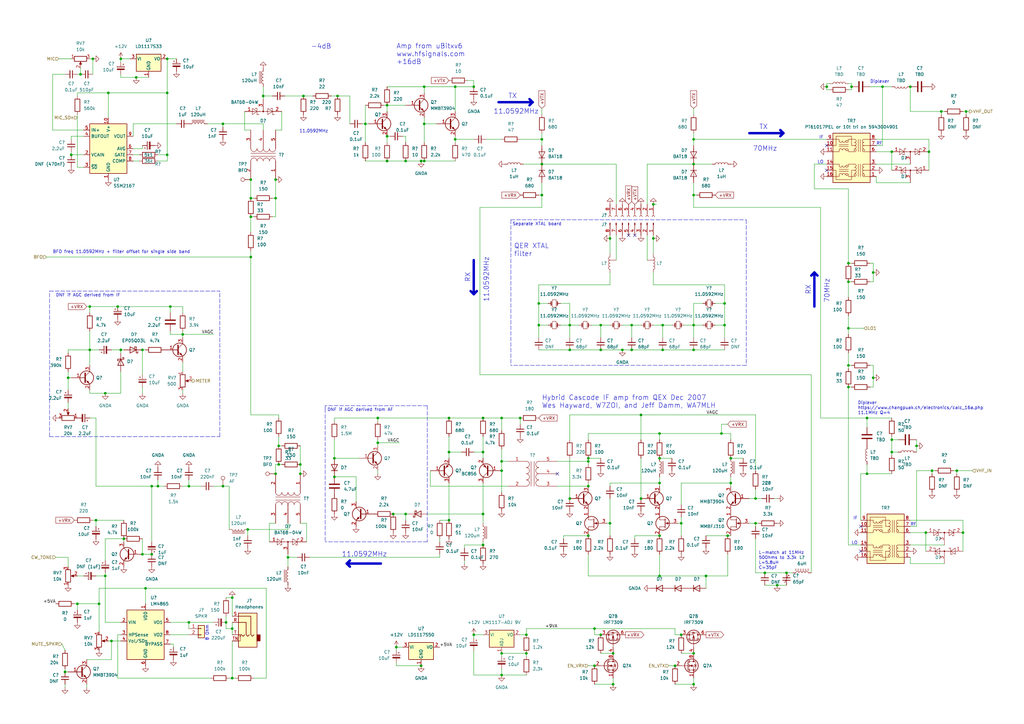
<source format=kicad_sch>
(kicad_sch (version 20211123) (generator eeschema)

  (uuid 0e592cd4-1950-44ef-9727-8e526f4c4e12)

  (paper "A3")

  (title_block
    (title "DART-70 TRX")
    (date "2023-01-19")
    (rev "0")
    (company "HB9EGM")
    (comment 1 "A 4m Band SSB/CW Transceiver")
  )

  

  (junction (at 68.58 24.13) (diameter 0) (color 0 0 0 0)
    (uuid 007433ed-6d80-48ba-9527-0a8470b6050a)
  )
  (junction (at 186.69 57.15) (diameter 0) (color 0 0 0 0)
    (uuid 0079a40d-5664-4eb5-a4a1-35e197c9e578)
  )
  (junction (at 172.72 66.04) (diameter 0) (color 0 0 0 0)
    (uuid 027f19f3-a3d5-4daa-a96e-c5d9a71c1df8)
  )
  (junction (at 158.75 55.88) (diameter 0) (color 0 0 0 0)
    (uuid 02d8bab6-e62a-43d8-ae0a-47eb8be52f66)
  )
  (junction (at 58.42 143.51) (diameter 0) (color 0 0 0 0)
    (uuid 059f4155-bed3-4fb2-9baa-d569f31b7e5d)
  )
  (junction (at 220.98 124.46) (diameter 0) (color 0 0 0 0)
    (uuid 08e3fbcd-b24c-43b5-a2a5-3ed606084464)
  )
  (junction (at 95.25 245.11) (diameter 0) (color 0 0 0 0)
    (uuid 0964d962-846f-4609-b657-83d8fae25141)
  )
  (junction (at 246.38 260.35) (diameter 0) (color 0 0 0 0)
    (uuid 09793875-04e4-42e7-a807-bec9f1bbc62c)
  )
  (junction (at 284.48 143.51) (diameter 0) (color 0 0 0 0)
    (uuid 0e565d2a-00bb-4f20-8e2e-0f824e8d2762)
  )
  (junction (at 241.3 189.23) (diameter 0) (color 0 0 0 0)
    (uuid 0f8367d0-e4ea-40ae-8dac-4e16d60a532f)
  )
  (junction (at 194.31 260.35) (diameter 0) (color 0 0 0 0)
    (uuid 156e2b24-f0a1-4973-a068-7f546ffbe564)
  )
  (junction (at 318.77 240.03) (diameter 0) (color 0 0 0 0)
    (uuid 173f5655-a774-48b9-985b-3b9523888334)
  )
  (junction (at 39.37 213.36) (diameter 0) (color 0 0 0 0)
    (uuid 1761eacf-5516-4f80-af22-ca5c2f3d7629)
  )
  (junction (at 173.99 50.8) (diameter 0) (color 0 0 0 0)
    (uuid 17a2367e-a2ff-4b57-83ee-9ab25894ec97)
  )
  (junction (at 68.58 38.1) (diameter 0) (color 0 0 0 0)
    (uuid 18381db9-5d7f-4848-9a07-251ba865a202)
  )
  (junction (at 48.26 125.73) (diameter 0) (color 0 0 0 0)
    (uuid 1843d2c0-629c-44e7-8460-03ced60a2111)
  )
  (junction (at 251.46 280.67) (diameter 0) (color 0 0 0 0)
    (uuid 19f74eef-445e-4a84-994a-96eca02b0f00)
  )
  (junction (at 295.91 177.8) (diameter 0) (color 0 0 0 0)
    (uuid 1a164a1f-45a6-43b7-9b64-349463c23d37)
  )
  (junction (at 166.37 210.82) (diameter 0) (color 0 0 0 0)
    (uuid 1c038126-c738-4381-b698-5c33c4341ae8)
  )
  (junction (at 262.89 204.47) (diameter 0) (color 0 0 0 0)
    (uuid 1de51305-582b-4628-8092-75c3cf54eea0)
  )
  (junction (at 113.03 194.31) (diameter 0) (color 0 0 0 0)
    (uuid 1e5b8adc-bfe4-4d62-8fbb-b09ad198c5b6)
  )
  (junction (at 255.27 143.51) (diameter 0) (color 0 0 0 0)
    (uuid 210630ed-a720-499f-8ec9-3630627e1e05)
  )
  (junction (at 194.31 35.56) (diameter 0) (color 0 0 0 0)
    (uuid 222d63d3-68ff-4a04-b7c3-6efd5c4ab9e1)
  )
  (junction (at 365.76 62.23) (diameter 0) (color 0 0 0 0)
    (uuid 223b72c8-191b-4d26-8e73-2beb56cb0a2b)
  )
  (junction (at 243.84 257.81) (diameter 0) (color 0 0 0 0)
    (uuid 22999b9a-4a23-42e3-adce-20d0d27a4153)
  )
  (junction (at 298.45 219.71) (diameter 0) (color 0 0 0 0)
    (uuid 22f086a0-4e36-4832-8e1e-3bdb65f5c3f2)
  )
  (junction (at 233.68 143.51) (diameter 0) (color 0 0 0 0)
    (uuid 24fd922c-d488-4d61-b6dc-9d3e359ccc82)
  )
  (junction (at 299.72 187.96) (diameter 0) (color 0 0 0 0)
    (uuid 2583e10f-d237-4b6a-a35d-cff26f964496)
  )
  (junction (at 44.45 38.1) (diameter 0) (color 0 0 0 0)
    (uuid 2792ed93-89db-4e51-99ff-281323e776eb)
  )
  (junction (at 215.9 267.97) (diameter 0) (color 0 0 0 0)
    (uuid 2867345a-2f06-474b-a035-5c5ed9cef1f3)
  )
  (junction (at 321.31 -54.61) (diameter 0) (color 0 0 0 0)
    (uuid 29679519-0074-4244-8bb1-857f21221a1a)
  )
  (junction (at 361.95 35.56) (diameter 0) (color 0 0 0 0)
    (uuid 2b774095-37fc-4b2e-8bac-c3e59696f7de)
  )
  (junction (at 153.67 -69.85) (diameter 0) (color 0 0 0 0)
    (uuid 2c488362-c230-4f6d-82f9-a229b1171a23)
  )
  (junction (at 158.75 43.18) (diameter 0) (color 0 0 0 0)
    (uuid 2cd3680a-9e9d-4c97-9125-39c64a75e644)
  )
  (junction (at 270.51 198.12) (diameter 0) (color 0 0 0 0)
    (uuid 2d264e2f-7e31-4a17-86c5-13a68ab3ff7e)
  )
  (junction (at 347.98 149.86) (diameter 0) (color 0 0 0 0)
    (uuid 2fdc7923-56aa-4f0e-b559-e1b2e79c3c8f)
  )
  (junction (at 322.58 234.95) (diameter 0) (color 0 0 0 0)
    (uuid 3083cab8-f38e-44e4-ad6a-7ad5bf540d1f)
  )
  (junction (at 114.3 190.5) (diameter 0) (color 0 0 0 0)
    (uuid 30a877c2-a2d2-45b6-a8fa-8c4567fd5621)
  )
  (junction (at 382.27 193.04) (diameter 0) (color 0 0 0 0)
    (uuid 30dc039a-a902-4295-a2ea-7a00c6153126)
  )
  (junction (at 38.1 24.13) (diameter 0) (color 0 0 0 0)
    (uuid 335263d3-7e35-4a9c-83c2-cd71d45f0688)
  )
  (junction (at 379.73 218.44) (diameter 0) (color 0 0 0 0)
    (uuid 3365c11b-b4a5-418d-85ee-41028926f18a)
  )
  (junction (at 205.74 276.86) (diameter 0) (color 0 0 0 0)
    (uuid 37d317e8-e78c-475a-81f1-fe8568d6df88)
  )
  (junction (at 173.99 35.56) (diameter 0) (color 0 0 0 0)
    (uuid 3bd6009a-f48b-4c66-92de-4d24549b4c7d)
  )
  (junction (at 161.29 210.82) (diameter 0) (color 0 0 0 0)
    (uuid 3bf0f30a-4c02-4011-9e56-5268cd9a18bc)
  )
  (junction (at 347.98 158.75) (diameter 0) (color 0 0 0 0)
    (uuid 3c9f1229-c5a6-40fa-b291-e067c833049e)
  )
  (junction (at 198.12 171.45) (diameter 0) (color 0 0 0 0)
    (uuid 3e9deac2-8e86-484c-b76a-a334d0715f66)
  )
  (junction (at 358.14 154.94) (diameter 0) (color 0 0 0 0)
    (uuid 3f6ba890-8616-4e68-b9d0-3d4eacc2e5c7)
  )
  (junction (at 173.99 66.04) (diameter 0) (color 0 0 0 0)
    (uuid 43c88063-044a-47b7-b010-f3fb76152eec)
  )
  (junction (at 375.92 182.88) (diameter 0) (color 0 0 0 0)
    (uuid 446196fa-4af3-4fe1-9348-f02489c61276)
  )
  (junction (at 220.98 133.35) (diameter 0) (color 0 0 0 0)
    (uuid 460147d8-e4b6-4910-88e9-07d1ddd6c2df)
  )
  (junction (at 205.74 267.97) (diameter 0) (color 0 0 0 0)
    (uuid 47f9999a-c332-45e0-8094-3e1c321e7041)
  )
  (junction (at 222.25 57.15) (diameter 0) (color 0 0 0 0)
    (uuid 485f8372-6f58-431e-9419-bfc90ad67732)
  )
  (junction (at 233.68 133.35) (diameter 0) (color 0 0 0 0)
    (uuid 4b982f8b-ca29-4ebf-88fc-8a50b24e0802)
  )
  (junction (at 355.6 171.45) (diameter 0) (color 0 0 0 0)
    (uuid 4d66f653-768b-42cc-91eb-bb19e19eabf7)
  )
  (junction (at 91.44 50.8) (diameter 0) (color 0 0 0 0)
    (uuid 4f100da6-d6f9-4b77-90f1-fda986c2ed73)
  )
  (junction (at 113.03 81.28) (diameter 0) (color 0 0 0 0)
    (uuid 4f661a6f-98d8-4461-9401-113364b1e3a8)
  )
  (junction (at 184.15 213.36) (diameter 0) (color 0 0 0 0)
    (uuid 510aabe6-d19e-45d2-9ee4-74f6d2e6df89)
  )
  (junction (at 347.98 107.95) (diameter 0) (color 0 0 0 0)
    (uuid 51956c3b-fdf2-448c-be75-34acb07271cb)
  )
  (junction (at 267.97 83.82) (diameter 0) (color 0 0 0 0)
    (uuid 5300cbfb-ca56-4130-b674-4fa230974789)
  )
  (junction (at 373.38 35.56) (diameter 0) (color 0 0 0 0)
    (uuid 55388068-757e-47cb-9af5-86c9f64c90c0)
  )
  (junction (at 349.25 35.56) (diameter 0) (color 0 0 0 0)
    (uuid 55c2ac3f-8f3b-4f78-9b14-388c97827d8c)
  )
  (junction (at 190.5 -58.42) (diameter 0) (color 0 0 0 0)
    (uuid 578f33ff-8d12-4136-bb61-e55b7655fa5b)
  )
  (junction (at 284.48 267.97) (diameter 0) (color 0 0 0 0)
    (uuid 57f87f8b-2a84-4bc0-bc49-8f95c5b3f805)
  )
  (junction (at 297.18 133.35) (diameter 0) (color 0 0 0 0)
    (uuid 5c4341e3-29f4-4014-ad6b-9b4cb50156a6)
  )
  (junction (at 267.97 97.79) (diameter 0) (color 0 0 0 0)
    (uuid 5d58706a-c013-405c-9112-847886006796)
  )
  (junction (at 284.48 133.35) (diameter 0) (color 0 0 0 0)
    (uuid 5dbda758-e74b-4ccf-ad68-495d537d68ba)
  )
  (junction (at 199.39 -58.42) (diameter 0) (color 0 0 0 0)
    (uuid 5ed637ac-40ac-434c-a406-609e25d3658d)
  )
  (junction (at 297.18 124.46) (diameter 0) (color 0 0 0 0)
    (uuid 5fc44bfc-3a32-42f5-89ff-303d655beeb1)
  )
  (junction (at 339.09 35.56) (diameter 0) (color 0 0 0 0)
    (uuid 5fe39347-c8a3-40ce-ace1-a055bc364f38)
  )
  (junction (at 198.12 223.52) (diameter 0) (color 0 0 0 0)
    (uuid 611c0051-64b3-4ff6-b51a-6ea814324060)
  )
  (junction (at 276.86 273.05) (diameter 0) (color 0 0 0 0)
    (uuid 6135248d-3e4b-4db3-9848-78637d8559e5)
  )
  (junction (at 69.85 125.73) (diameter 0) (color 0 0 0 0)
    (uuid 62ed984b-c070-4de1-bd86-30aeb09fb9cd)
  )
  (junction (at 138.43 39.37) (diameter 0) (color 0 0 0 0)
    (uuid 67d87795-1d4f-4f21-9afa-f7da30e8b867)
  )
  (junction (at 102.87 88.9) (diameter 0) (color 0 0 0 0)
    (uuid 6e61ed05-4ce2-4d6e-b300-e8935e213361)
  )
  (junction (at 62.23 227.33) (diameter 0) (color 0 0 0 0)
    (uuid 707b1436-6255-4e74-ac3c-e365f258d4c7)
  )
  (junction (at 270.51 236.22) (diameter 0) (color 0 0 0 0)
    (uuid 711716b4-cb3c-40a8-915f-7a9cd1c1a345)
  )
  (junction (at 284.48 57.15) (diameter 0) (color 0 0 0 0)
    (uuid 782fd8fa-9fb0-44b6-bdfd-23367a676327)
  )
  (junction (at 299.72 198.12) (diameter 0) (color 0 0 0 0)
    (uuid 79aa4561-3272-488a-aacc-d24a783bf3fa)
  )
  (junction (at 45.72 262.89) (diameter 0) (color 0 0 0 0)
    (uuid 82805698-6948-4458-acba-8dc2adc02007)
  )
  (junction (at 347.98 134.62) (diameter 0) (color 0 0 0 0)
    (uuid 88658da7-484b-4fb1-bd87-cf0fe9fbbc98)
  )
  (junction (at 172.72 273.05) (diameter 0) (color 0 0 0 0)
    (uuid 89247f47-3cb7-4830-ae32-df6510d5ee3d)
  )
  (junction (at 205.74 171.45) (diameter 0) (color 0 0 0 0)
    (uuid 89924c9d-894c-4783-bb98-91fe4fffc426)
  )
  (junction (at 365.76 180.34) (diameter 0) (color 0 0 0 0)
    (uuid 89a0992d-b4b4-4a98-9018-0c3e3ac7c4ed)
  )
  (junction (at 358.14 111.76) (diameter 0) (color 0 0 0 0)
    (uuid 8a030abd-885a-4b15-b74a-b44dc2b6c7d7)
  )
  (junction (at 92.71 255.27) (diameter 0) (color 0 0 0 0)
    (uuid 8d612602-5cc8-45dd-a943-2a29be4b9ede)
  )
  (junction (at 102.87 81.28) (diameter 0) (color 0 0 0 0)
    (uuid 8edc9989-feda-4190-96e8-8ba0ca953891)
  )
  (junction (at 43.18 236.22) (diameter 0) (color 0 0 0 0)
    (uuid 8f57152a-781e-4e8e-b36c-e81f9a864e3b)
  )
  (junction (at 49.53 24.13) (diameter 0) (color 0 0 0 0)
    (uuid 8fd35ceb-d608-4169-ae56-e892681304a9)
  )
  (junction (at 250.19 214.63) (diameter 0) (color 0 0 0 0)
    (uuid 91049a94-ccf8-463e-ab05-8a76a56be653)
  )
  (junction (at 309.88 214.63) (diameter 0) (color 0 0 0 0)
    (uuid 9134413a-edf3-40ce-9ec2-93a536746842)
  )
  (junction (at 279.4 260.35) (diameter 0) (color 0 0 0 0)
    (uuid 91e8115a-7736-40ac-9e97-e04f02b557b4)
  )
  (junction (at 205.74 189.23) (diameter 0) (color 0 0 0 0)
    (uuid 94a7e072-a853-4895-a974-0e863ac9edc2)
  )
  (junction (at 113.03 73.66) (diameter 0) (color 0 0 0 0)
    (uuid 9501ad82-8c5c-4bd6-a4e5-d738b7099508)
  )
  (junction (at 246.38 133.35) (diameter 0) (color 0 0 0 0)
    (uuid 9666bb6a-0c1d-4c92-be6d-94a465ec5c51)
  )
  (junction (at 64.77 199.39) (diameter 0) (color 0 0 0 0)
    (uuid 97e09b83-0572-4634-8ce7-0a86f1339fd8)
  )
  (junction (at 107.95 39.37) (diameter 0) (color 0 0 0 0)
    (uuid 983034d1-18ea-4dac-8753-9630cc5e0592)
  )
  (junction (at 386.08 45.72) (diameter 0) (color 0 0 0 0)
    (uuid 9873db56-1f37-4fe2-98ad-60e4c87af40c)
  )
  (junction (at 95.25 257.81) (diameter 0) (color 0 0 0 0)
    (uuid 98a1742d-cc82-4a66-87b4-845a0462a9e4)
  )
  (junction (at 270.51 177.8) (diameter 0) (color 0 0 0 0)
    (uuid 994aaeb0-a945-4297-8f22-64b15ec2470b)
  )
  (junction (at 284.48 80.01) (diameter 0) (color 0 0 0 0)
    (uuid 99c68e22-79ac-4df3-82ed-69d5274feb54)
  )
  (junction (at 365.76 185.42) (diameter 0) (color 0 0 0 0)
    (uuid 9a438e91-12f1-4003-9587-51635f0ae695)
  )
  (junction (at 222.25 80.01) (diameter 0) (color 0 0 0 0)
    (uuid 9cae7022-94ae-4784-b773-30ffde5822a7)
  )
  (junction (at 102.87 73.66) (diameter 0) (color 0 0 0 0)
    (uuid 9d0f1857-3b05-4e01-b461-94289f64ce4a)
  )
  (junction (at 123.19 194.31) (diameter 0) (color 0 0 0 0)
    (uuid 9d1032f1-04b7-4a45-a406-c5f306a5a4a3)
  )
  (junction (at 243.84 273.05) (diameter 0) (color 0 0 0 0)
    (uuid 9d896c5e-b976-408e-b134-f2c82b8bc7d8)
  )
  (junction (at 347.98 115.57) (diameter 0) (color 0 0 0 0)
    (uuid a4615cb6-40e1-4e6b-aa44-484a7357f4a4)
  )
  (junction (at 198.12 185.42) (diameter 0) (color 0 0 0 0)
    (uuid a4ec02e9-e140-4dcc-958f-47f7624526cb)
  )
  (junction (at 36.83 125.73) (diameter 0) (color 0 0 0 0)
    (uuid a65cad0c-0ef1-4ea5-a965-4eae7ac1f6af)
  )
  (junction (at 31.75 247.65) (diameter 0) (color 0 0 0 0)
    (uuid a69f72c8-ce0f-4293-bf44-c6832495c836)
  )
  (junction (at 77.47 199.39) (diameter 0) (color 0 0 0 0)
    (uuid a7cad282-51c3-4f24-be5e-311c2c5e959b)
  )
  (junction (at 26.67 275.59) (diameter 0) (color 0 0 0 0)
    (uuid a81b6768-8ab7-4398-923e-af4751f24292)
  )
  (junction (at 137.16 195.58) (diameter 0) (color 0 0 0 0)
    (uuid a8675aa5-24f4-4a65-9564-259800e24a61)
  )
  (junction (at 250.19 97.79) (diameter 0) (color 0 0 0 0)
    (uuid aa537d78-628c-458e-8a08-c2dae82aca82)
  )
  (junction (at 158.75 66.04) (diameter 0) (color 0 0 0 0)
    (uuid ab5a5163-9113-4726-bc7a-7e25f5bcb137)
  )
  (junction (at 27.94 154.94) (diameter 0) (color 0 0 0 0)
    (uuid ac0e5582-f44c-4bc2-8ae7-2c3f1115fb00)
  )
  (junction (at 33.02 30.48) (diameter 0) (color 0 0 0 0)
    (uuid ad2d033c-4040-4813-b5da-82cf827f9d86)
  )
  (junction (at 259.08 133.35) (diameter 0) (color 0 0 0 0)
    (uuid ad485fa9-ca4c-467a-b6d9-302ae2ec4eaa)
  )
  (junction (at 91.44 199.39) (diameter 0) (color 0 0 0 0)
    (uuid ae4c18cc-90ed-4d31-b27a-ee22bf49a14e)
  )
  (junction (at 259.08 143.51) (diameter 0) (color 0 0 0 0)
    (uuid aed41e50-066a-4d5d-9b35-33c86a58f817)
  )
  (junction (at 309.88 204.47) (diameter 0) (color 0 0 0 0)
    (uuid b046cbfe-7bd9-4ac8-9c60-a84b90a07076)
  )
  (junction (at 198.12 210.82) (diameter 0) (color 0 0 0 0)
    (uuid b0bd599f-5320-4de4-9844-b1248597f45d)
  )
  (junction (at 162.56 265.43) (diameter 0) (color 0 0 0 0)
    (uuid b281e7d4-7e97-4f4d-9e21-25051359c6dd)
  )
  (junction (at 59.69 241.3) (diameter 0) (color 0 0 0 0)
    (uuid b2c93e47-1b35-4bce-b217-c95c59af9fea)
  )
  (junction (at 102.87 105.41) (diameter 0) (color 0 0 0 0)
    (uuid b2fc5a98-a9c8-4ffb-bf05-9a95788a6f6e)
  )
  (junction (at 154.94 181.61) (diameter 0) (color 0 0 0 0)
    (uuid b52e2ac1-1ad4-4299-a3b7-5950aeda9b09)
  )
  (junction (at 222.25 67.31) (diameter 0) (color 0 0 0 0)
    (uuid b55942a4-2e67-4c91-a2e2-17d287af1b39)
  )
  (junction (at 58.42 227.33) (diameter 0) (color 0 0 0 0)
    (uuid b67c5032-3958-4f67-8cff-2bc749aa2559)
  )
  (junction (at 68.58 63.5) (diameter 0) (color 0 0 0 0)
    (uuid b6a3e709-356a-4a55-ac00-07ba73afac37)
  )
  (junction (at 313.69 234.95) (diameter 0) (color 0 0 0 0)
    (uuid b7b0b83f-2dad-41a6-8e3b-dd0617021680)
  )
  (junction (at 233.68 204.47) (diameter 0) (color 0 0 0 0)
    (uuid bb8fc86a-138e-468d-a6f3-4d425bea2798)
  )
  (junction (at 241.3 199.39) (diameter 0) (color 0 0 0 0)
    (uuid bcb7b50e-e30b-4748-9ad3-15fd19268fd8)
  )
  (junction (at 270.51 187.96) (diameter 0) (color 0 0 0 0)
    (uuid bdd38f4a-d1f5-49ea-86a0-7074369f7406)
  )
  (junction (at 215.9 260.35) (diameter 0) (color 0 0 0 0)
    (uuid be592d1e-8ffd-4836-a215-bf64f6c90c25)
  )
  (junction (at 40.64 247.65) (diameter 0) (color 0 0 0 0)
    (uuid beaa9122-a0f4-4e99-96b3-048878d69672)
  )
  (junction (at 101.6 217.17) (diameter 0) (color 0 0 0 0)
    (uuid bf1cf86a-4cef-455a-b67c-093dbb9970e5)
  )
  (junction (at 95.25 278.13) (diameter 0) (color 0 0 0 0)
    (uuid bff74fb8-2e53-4140-9d30-8bb9b336dda4)
  )
  (junction (at 50.8 220.98) (diameter 0) (color 0 0 0 0)
    (uuid c07980be-125c-4459-be81-f2b8371f5ae2)
  )
  (junction (at 205.74 193.04) (diameter 0) (color 0 0 0 0)
    (uuid c41a688f-80a3-4252-bb37-134631846db3)
  )
  (junction (at 271.78 143.51) (diameter 0) (color 0 0 0 0)
    (uuid c8816f2b-d043-4f02-8988-815e5e7435ee)
  )
  (junction (at 118.11 228.6) (diameter 0) (color 0 0 0 0)
    (uuid c8c4fbfe-4e9c-445d-882a-7f1bac80adc8)
  )
  (junction (at 271.78 133.35) (diameter 0) (color 0 0 0 0)
    (uuid ca2ddb3d-eff7-4148-ac57-d5c14ba8be31)
  )
  (junction (at 55.88 31.75) (diameter 0) (color 0 0 0 0)
    (uuid ca3e4813-ee52-41fc-be54-f33d5d572e76)
  )
  (junction (at 241.3 187.96) (diameter 0) (color 0 0 0 0)
    (uuid cf4a7a0f-4b62-4a14-8810-1f9be9bb8bca)
  )
  (junction (at 246.38 143.51) (diameter 0) (color 0 0 0 0)
    (uuid d3e01bdf-5c14-407f-80a1-1d934fc04fab)
  )
  (junction (at 149.86 50.8) (diameter 0) (color 0 0 0 0)
    (uuid d46cfddd-ae59-45a8-a05e-501b77d91351)
  )
  (junction (at 124.46 39.37) (diameter 0) (color 0 0 0 0)
    (uuid d47b6e93-2883-4b61-9107-b49e482eb126)
  )
  (junction (at 270.51 219.71) (diameter 0) (color 0 0 0 0)
    (uuid d5fa5081-044e-4305-8f5d-d2a56bf86d29)
  )
  (junction (at 77.47 255.27) (diameter 0) (color 0 0 0 0)
    (uuid d6fda246-3399-48cd-8a06-99bbdf8c75e4)
  )
  (junction (at 241.3 219.71) (diameter 0) (color 0 0 0 0)
    (uuid d703d54e-2823-4563-98c8-59d8b8b54fec)
  )
  (junction (at 166.37 66.04) (diameter 0) (color 0 0 0 0)
    (uuid d774c163-0e71-4e59-99e8-33a6c910c00d)
  )
  (junction (at 62.23 199.39) (diameter 0) (color 0 0 0 0)
    (uuid d7d4c350-2318-4a09-b921-0a78963f6666)
  )
  (junction (at 284.48 67.31) (diameter 0) (color 0 0 0 0)
    (uuid d964cb21-9482-4b14-9981-964030a476a5)
  )
  (junction (at 381 62.23) (diameter 0) (color 0 0 0 0)
    (uuid daa9b5c5-21a2-4482-b81a-69bb9f749fb7)
  )
  (junction (at 186.69 35.56) (diameter 0) (color 0 0 0 0)
    (uuid dcdfeb28-863e-4a43-ad64-f6e45863b4d7)
  )
  (junction (at 213.36 171.45) (diameter 0) (color 0 0 0 0)
    (uuid ddaaa428-40ee-45ee-a789-6961e25a11bb)
  )
  (junction (at 392.43 193.04) (diameter 0) (color 0 0 0 0)
    (uuid de1eb50d-ef90-4d0d-a112-fc865a422b99)
  )
  (junction (at 289.56 236.22) (diameter 0) (color 0 0 0 0)
    (uuid df231e82-dc0c-49c1-a01b-d2be84591ff3)
  )
  (junction (at 396.24 45.72) (diameter 0) (color 0 0 0 0)
    (uuid e2d27bd1-d4c5-4321-a13b-160cb2d6015d)
  )
  (junction (at 49.53 143.51) (diameter 0) (color 0 0 0 0)
    (uuid e3903eeb-8b72-4b40-a088-cbbba270c01b)
  )
  (junction (at 184.15 171.45) (diameter 0) (color 0 0 0 0)
    (uuid e68e2295-e5ad-41e7-931d-7bf2c40e2981)
  )
  (junction (at 279.4 214.63) (diameter 0) (color 0 0 0 0)
    (uuid e736b041-4756-4726-980f-1b93cf00a2ad)
  )
  (junction (at 74.93 137.16) (diameter 0) (color 0 0 0 0)
    (uuid e8558fbd-ea42-43a6-966a-7bd304bdfaad)
  )
  (junction (at 36.83 143.51) (diameter 0) (color 0 0 0 0)
    (uuid eac540a2-0555-4530-b9cb-9b037a65c0a7)
  )
  (junction (at 114.3 182.88) (diameter 0) (color 0 0 0 0)
    (uuid eb3c65f0-3082-4c13-98c1-cac8dc7eccac)
  )
  (junction (at 137.16 187.96) (diameter 0) (color 0 0 0 0)
    (uuid ecba702e-9fb5-4bd7-9b08-5197492ec54b)
  )
  (junction (at 394.97 218.44) (diameter 0) (color 0 0 0 0)
    (uuid efac21da-3f93-4ae4-bab8-dbdec293c35e)
  )
  (junction (at 284.48 280.67) (diameter 0) (color 0 0 0 0)
    (uuid f0c9e29f-2093-40f8-ad83-65950690bff8)
  )
  (junction (at 43.18 161.29) (diameter 0) (color 0 0 0 0)
    (uuid f0f3907b-44e3-4106-9f24-d8ce836b6bb0)
  )
  (junction (at 154.94 171.45) (diameter 0) (color 0 0 0 0)
    (uuid f1a9e2a2-6347-4852-b335-cf8402c433a4)
  )
  (junction (at 251.46 267.97) (diameter 0) (color 0 0 0 0)
    (uuid f2675a33-3eb0-43f0-a7ad-d9a72da20dfd)
  )
  (junction (at 318.77 -83.82) (diameter 0) (color 0 0 0 0)
    (uuid f3285ed9-855d-4b3c-9145-ed9dbda7a1d9)
  )
  (junction (at 355.6 194.31) (diameter 0) (color 0 0 0 0)
    (uuid f76d6092-db53-4b09-9f52-125a6f3746af)
  )
  (junction (at 306.07 -54.61) (diameter 0) (color 0 0 0 0)
    (uuid f9728ce1-58db-4b51-bb92-9b665142c745)
  )
  (junction (at 184.15 185.42) (diameter 0) (color 0 0 0 0)
    (uuid fb5d1a59-18d1-49ea-b504-10e76cce8897)
  )
  (junction (at 123.19 190.5) (diameter 0) (color 0 0 0 0)
    (uuid fbe71f6a-7e5a-41f1-9e6e-b2e94d49a3bc)
  )
  (junction (at 29.21 63.5) (diameter 0) (color 0 0 0 0)
    (uuid fe2b05f5-675b-44d0-956c-c5829b7c692a)
  )
  (junction (at 262.89 170.18) (diameter 0) (color 0 0 0 0)
    (uuid fe2ce942-d4c5-4b3f-a09e-cda9276450f6)
  )

  (no_connect (at 353.06 226.06) (uuid 112718f1-f222-4c50-a4f0-a42dabd066b7))
  (no_connect (at 257.81 96.52) (uuid 2b99a1e6-5f67-436f-9ed5-38e8bfd4c142))
  (no_connect (at 339.09 69.85) (uuid 36cd8509-4b06-4001-aa2f-00b548cb4477))
  (no_connect (at 339.09 59.69) (uuid 6226f2ac-b9bf-4733-a388-cd49aa6934ae))
  (no_connect (at 353.06 215.9) (uuid 69a2fbd1-0689-4722-b099-d7d4b3a2c805))
  (no_connect (at 228.6 194.31) (uuid afdb3662-3196-4d9d-b0e8-7f416bb5cd4f))
  (no_connect (at 260.35 96.52) (uuid ee08a6c2-528a-478b-9089-08fe9a37ec7e))

  (wire (pts (xy 358.14 107.95) (xy 358.14 111.76))
    (stroke (width 0) (type default) (color 0 0 0 0))
    (uuid 006436ec-9ab2-4589-83be-4667e52db3bf)
  )
  (wire (pts (xy 205.74 171.45) (xy 205.74 176.53))
    (stroke (width 0) (type default) (color 0 0 0 0))
    (uuid 00c27d59-c437-4bee-9cde-cbd48a34e31b)
  )
  (wire (pts (xy 87.63 199.39) (xy 91.44 199.39))
    (stroke (width 0) (type default) (color 0 0 0 0))
    (uuid 0113fe75-9787-49bd-865f-03242ce2a366)
  )
  (wire (pts (xy 222.25 57.15) (xy 222.25 54.61))
    (stroke (width 0) (type default) (color 0 0 0 0))
    (uuid 0125f083-fa2b-4a11-85be-7853b609b001)
  )
  (wire (pts (xy 68.58 66.04) (xy 64.77 66.04))
    (stroke (width 0) (type default) (color 0 0 0 0))
    (uuid 01caafb3-af8a-4642-870c-c290b286d040)
  )
  (wire (pts (xy 222.25 74.93) (xy 222.25 80.01))
    (stroke (width 0) (type default) (color 0 0 0 0))
    (uuid 01cceb30-c85f-4510-b324-8d17341fc730)
  )
  (wire (pts (xy 166.37 43.18) (xy 158.75 43.18))
    (stroke (width 0) (type default) (color 0 0 0 0))
    (uuid 01f0181c-303d-46c7-ba34-20eee1c48cd1)
  )
  (wire (pts (xy 173.99 50.8) (xy 179.07 50.8))
    (stroke (width 0) (type default) (color 0 0 0 0))
    (uuid 0222c276-ce98-44cf-9ac7-d0d00163570d)
  )
  (wire (pts (xy 190.5 231.14) (xy 190.5 229.87))
    (stroke (width 0) (type default) (color 0 0 0 0))
    (uuid 027fc545-8a42-4646-8424-467711418116)
  )
  (wire (pts (xy 194.31 260.35) (xy 194.31 261.62))
    (stroke (width 0) (type default) (color 0 0 0 0))
    (uuid 0296200c-3bc7-4fee-847e-68ee39738c3c)
  )
  (wire (pts (xy 114.3 170.18) (xy 114.3 171.45))
    (stroke (width 0) (type default) (color 0 0 0 0))
    (uuid 0332aa97-cadc-4e7a-b8af-ca59e255597d)
  )
  (wire (pts (xy 173.99 66.04) (xy 186.69 66.04))
    (stroke (width 0) (type default) (color 0 0 0 0))
    (uuid 035d062f-f875-4853-8ca1-a348c3967bb1)
  )
  (wire (pts (xy 113.03 214.63) (xy 110.49 214.63))
    (stroke (width 0) (type default) (color 0 0 0 0))
    (uuid 03b7756f-0559-43eb-b24d-3aefa5a15899)
  )
  (wire (pts (xy 394.97 45.72) (xy 396.24 45.72))
    (stroke (width 0) (type default) (color 0 0 0 0))
    (uuid 03ce6745-00b2-4d2b-bad7-eb9745172859)
  )
  (wire (pts (xy 166.37 210.82) (xy 161.29 210.82))
    (stroke (width 0) (type default) (color 0 0 0 0))
    (uuid 03dd13e2-d89f-47ed-8a2f-ce75e7a97ef3)
  )
  (wire (pts (xy 284.48 133.35) (xy 288.29 133.35))
    (stroke (width 0) (type default) (color 0 0 0 0))
    (uuid 042fe62b-53aa-4e86-97d0-9ccb1e16a895)
  )
  (wire (pts (xy 375.92 193.04) (xy 382.27 193.04))
    (stroke (width 0) (type default) (color 0 0 0 0))
    (uuid 0437af13-5b81-4e18-82d5-0ec28c5d895f)
  )
  (wire (pts (xy 359.41 74.93) (xy 359.41 72.39))
    (stroke (width 0) (type default) (color 0 0 0 0))
    (uuid 047a18ce-9e77-4d7d-a9ce-60b21f671177)
  )
  (wire (pts (xy 31.75 68.58) (xy 34.29 68.58))
    (stroke (width 0) (type default) (color 0 0 0 0))
    (uuid 04868f85-bc69-4fa9-8e62-d78ffe5ae58e)
  )
  (wire (pts (xy 396.24 45.72) (xy 397.51 45.72))
    (stroke (width 0) (type default) (color 0 0 0 0))
    (uuid 04ef368b-f4e9-48da-956c-ee93cb3d01e8)
  )
  (wire (pts (xy 241.3 227.33) (xy 241.3 236.22))
    (stroke (width 0) (type default) (color 0 0 0 0))
    (uuid 066671d9-1fdf-4a05-a7e7-cadb7d44b89f)
  )
  (wire (pts (xy 229.87 124.46) (xy 233.68 124.46))
    (stroke (width 0) (type default) (color 0 0 0 0))
    (uuid 082d865b-0a4e-49c3-b18b-be47fd4a465a)
  )
  (wire (pts (xy 382.27 193.04) (xy 383.54 193.04))
    (stroke (width 0) (type default) (color 0 0 0 0))
    (uuid 0830aef1-c986-42f8-ba6a-a3fcacbf0210)
  )
  (wire (pts (xy 309.88 234.95) (xy 309.88 220.98))
    (stroke (width 0) (type default) (color 0 0 0 0))
    (uuid 08c8f1b4-737d-438b-967e-a77cce3833c0)
  )
  (wire (pts (xy 243.84 257.81) (xy 243.84 260.35))
    (stroke (width 0) (type default) (color 0 0 0 0))
    (uuid 0910a9d6-8d2a-4d96-a8df-8a28ac240ef0)
  )
  (wire (pts (xy 58.42 143.51) (xy 58.42 153.67))
    (stroke (width 0) (type default) (color 0 0 0 0))
    (uuid 09321bf4-1ea1-49b5-b1f9-ac29d6606a74)
  )
  (wire (pts (xy 173.99 35.56) (xy 186.69 35.56))
    (stroke (width 0) (type default) (color 0 0 0 0))
    (uuid 0943dfff-08fd-4176-a97a-8e271f47b148)
  )
  (wire (pts (xy 347.98 134.62) (xy 347.98 129.54))
    (stroke (width 0) (type default) (color 0 0 0 0))
    (uuid 09aa0d32-f4dc-42fd-a756-e1229737bd34)
  )
  (wire (pts (xy 349.25 35.56) (xy 349.25 34.29))
    (stroke (width 0) (type default) (color 0 0 0 0))
    (uuid 09f01836-52b7-4cc9-b245-1b1e36d31834)
  )
  (wire (pts (xy 289.56 236.22) (xy 289.56 241.3))
    (stroke (width 0) (type default) (color 0 0 0 0))
    (uuid 0a0c053c-54e0-4f14-b909-036d0c5fbf08)
  )
  (wire (pts (xy 158.75 43.18) (xy 158.75 45.72))
    (stroke (width 0) (type default) (color 0 0 0 0))
    (uuid 0a80373e-7854-41a7-8441-30fd81967887)
  )
  (wire (pts (xy 284.48 74.93) (xy 284.48 80.01))
    (stroke (width 0) (type default) (color 0 0 0 0))
    (uuid 0a9f993d-d83a-4cdc-bae3-0f40dd545220)
  )
  (wire (pts (xy 279.4 198.12) (xy 299.72 198.12))
    (stroke (width 0) (type default) (color 0 0 0 0))
    (uuid 0b5e9f79-a50b-4078-b2be-eff1d45ab7fc)
  )
  (wire (pts (xy 222.25 80.01) (xy 222.25 85.09))
    (stroke (width 0) (type default) (color 0 0 0 0))
    (uuid 0c3bb475-57a3-4465-801b-1823c9a733cc)
  )
  (wire (pts (xy 309.88 234.95) (xy 313.69 234.95))
    (stroke (width 0) (type default) (color 0 0 0 0))
    (uuid 0dc79dd3-c584-4173-b914-e6a8bcd18e45)
  )
  (wire (pts (xy 36.83 135.89) (xy 36.83 143.51))
    (stroke (width 0) (type default) (color 0 0 0 0))
    (uuid 0e1c6bbc-4cc4-4ce9-b48a-8292bb286da8)
  )
  (wire (pts (xy 267.97 97.79) (xy 267.97 96.52))
    (stroke (width 0) (type default) (color 0 0 0 0))
    (uuid 0f4b5c7f-79aa-4c46-b222-58e7e288b195)
  )
  (wire (pts (xy 33.02 27.94) (xy 33.02 30.48))
    (stroke (width 0) (type default) (color 0 0 0 0))
    (uuid 100847e3-630c-4c13-ba45-180e92370805)
  )
  (wire (pts (xy 313.69 -36.83) (xy 327.66 -36.83))
    (stroke (width 0) (type default) (color 0 0 0 0))
    (uuid 10bd27b2-1d07-444a-9776-fc259e0db345)
  )
  (wire (pts (xy 166.37 66.04) (xy 172.72 66.04))
    (stroke (width 0) (type default) (color 0 0 0 0))
    (uuid 11ac1ac8-72b6-43ed-915e-50f87561daf8)
  )
  (wire (pts (xy 107.95 50.8) (xy 91.44 50.8))
    (stroke (width 0) (type default) (color 0 0 0 0))
    (uuid 12340fb8-cd9c-4069-beec-13d4d2ea0d99)
  )
  (wire (pts (xy 349.25 36.83) (xy 349.25 35.56))
    (stroke (width 0) (type default) (color 0 0 0 0))
    (uuid 127f70da-b001-4621-a4ee-78ee7182bcde)
  )
  (polyline (pts (xy 307.34 54.61) (xy 321.31 54.61))
    (stroke (width 1) (type solid) (color 0 0 0 0))
    (uuid 1281d63b-9c8c-4454-9b2d-0bbbc27e2ae7)
  )

  (wire (pts (xy 347.98 77.47) (xy 347.98 107.95))
    (stroke (width 0) (type default) (color 0 0 0 0))
    (uuid 12a6c47a-7412-4804-9a23-fab5a3f774ce)
  )
  (wire (pts (xy 44.45 38.1) (xy 68.58 38.1))
    (stroke (width 0) (type default) (color 0 0 0 0))
    (uuid 12e17856-cd8c-41a8-bb2e-9faca10b0973)
  )
  (wire (pts (xy 334.01 67.31) (xy 334.01 77.47))
    (stroke (width 0) (type default) (color 0 0 0 0))
    (uuid 1457fdf2-2b59-4945-9c3b-624091e7d5e3)
  )
  (wire (pts (xy 365.76 35.56) (xy 361.95 35.56))
    (stroke (width 0) (type default) (color 0 0 0 0))
    (uuid 15226e8f-f1a6-41a7-9d82-3035af1a3dbb)
  )
  (wire (pts (xy 43.18 234.95) (xy 43.18 236.22))
    (stroke (width 0) (type default) (color 0 0 0 0))
    (uuid 15e1025c-faeb-49ff-aaa3-6ba9acaabd98)
  )
  (wire (pts (xy 45.72 262.89) (xy 44.45 262.89))
    (stroke (width 0) (type default) (color 0 0 0 0))
    (uuid 15e6ceaa-8f70-4b35-984a-690822d99240)
  )
  (wire (pts (xy 137.16 172.72) (xy 137.16 171.45))
    (stroke (width 0) (type default) (color 0 0 0 0))
    (uuid 1606d99f-0508-4f2e-b63b-47e62c4312ee)
  )
  (wire (pts (xy 386.08 46.99) (xy 386.08 45.72))
    (stroke (width 0) (type default) (color 0 0 0 0))
    (uuid 16070e3c-2cc9-4d09-bef3-8ceccb63947e)
  )
  (wire (pts (xy 36.83 125.73) (xy 36.83 128.27))
    (stroke (width 0) (type default) (color 0 0 0 0))
    (uuid 16aa2316-1a67-45e5-b6c4-e59dd85814f4)
  )
  (wire (pts (xy 115.57 182.88) (xy 114.3 182.88))
    (stroke (width 0) (type default) (color 0 0 0 0))
    (uuid 17c93850-5ebd-4f0d-b8eb-52bf14b01af4)
  )
  (wire (pts (xy 186.69 35.56) (xy 194.31 35.56))
    (stroke (width 0) (type default) (color 0 0 0 0))
    (uuid 18723066-b973-43bf-8bbf-4c210121a928)
  )
  (wire (pts (xy 205.74 274.32) (xy 205.74 276.86))
    (stroke (width 0) (type default) (color 0 0 0 0))
    (uuid 18c820d5-32a9-457f-9915-e42ed0717894)
  )
  (wire (pts (xy 375.92 180.34) (xy 375.92 182.88))
    (stroke (width 0) (type default) (color 0 0 0 0))
    (uuid 19028db1-670b-4d84-9d20-5aa2f8585dd7)
  )
  (wire (pts (xy 186.69 57.15) (xy 194.31 57.15))
    (stroke (width 0) (type default) (color 0 0 0 0))
    (uuid 19a56892-f9d5-4508-ab75-59721c555275)
  )
  (wire (pts (xy 26.67 281.94) (xy 26.67 280.67))
    (stroke (width 0) (type default) (color 0 0 0 0))
    (uuid 1a85ffd6-ef8b-418f-990e-456d1ffab00e)
  )
  (wire (pts (xy 146.05 195.58) (xy 146.05 205.74))
    (stroke (width 0) (type default) (color 0 0 0 0))
    (uuid 1a9613ab-fb34-4a02-8365-aadaa421dfaf)
  )
  (wire (pts (xy 27.94 143.51) (xy 36.83 143.51))
    (stroke (width 0) (type default) (color 0 0 0 0))
    (uuid 1a9f0d73-6986-450b-8da5-dca8d718cd0d)
  )
  (wire (pts (xy 194.31 266.7) (xy 194.31 276.86))
    (stroke (width 0) (type default) (color 0 0 0 0))
    (uuid 1c617e69-04d5-47df-9392-70db7da3169f)
  )
  (wire (pts (xy 284.48 143.51) (xy 297.18 143.51))
    (stroke (width 0) (type default) (color 0 0 0 0))
    (uuid 1d8cbdb8-b0d5-4f06-84c8-05770b7e9555)
  )
  (wire (pts (xy 222.25 59.69) (xy 222.25 57.15))
    (stroke (width 0) (type default) (color 0 0 0 0))
    (uuid 1dbe419a-f71e-4ab5-9a49-e58e75747fdf)
  )
  (wire (pts (xy 118.11 217.17) (xy 101.6 217.17))
    (stroke (width 0) (type default) (color 0 0 0 0))
    (uuid 1dc9a7fa-415c-4243-97fb-46b0d627e89d)
  )
  (wire (pts (xy 137.16 171.45) (xy 154.94 171.45))
    (stroke (width 0) (type default) (color 0 0 0 0))
    (uuid 1ddbded3-4d65-49ba-8123-18c72e4b7f4a)
  )
  (wire (pts (xy 365.76 185.42) (xy 365.76 186.69))
    (stroke (width 0) (type default) (color 0 0 0 0))
    (uuid 1e2c0cdd-08a6-4586-b370-3ffc74205845)
  )
  (wire (pts (xy 158.75 66.04) (xy 166.37 66.04))
    (stroke (width 0) (type default) (color 0 0 0 0))
    (uuid 1f1052c4-d15a-450f-8bb0-3cc3f3592607)
  )
  (wire (pts (xy 250.19 204.47) (xy 250.19 214.63))
    (stroke (width 0) (type default) (color 0 0 0 0))
    (uuid 1f1c22b1-15a3-4e28-88a5-25ba2fbef197)
  )
  (wire (pts (xy 233.68 124.46) (xy 233.68 133.35))
    (stroke (width 0) (type default) (color 0 0 0 0))
    (uuid 1fd73780-e017-4e2c-9674-56cb6f09dc2d)
  )
  (wire (pts (xy 267.97 116.84) (xy 297.18 116.84))
    (stroke (width 0) (type default) (color 0 0 0 0))
    (uuid 2163a967-be2d-4344-a94d-f1b8da3dc3a3)
  )
  (wire (pts (xy 381 57.15) (xy 381 62.23))
    (stroke (width 0) (type default) (color 0 0 0 0))
    (uuid 2171e051-2b1c-4df3-9987-bb0d428437aa)
  )
  (wire (pts (xy 53.34 24.13) (xy 49.53 24.13))
    (stroke (width 0) (type default) (color 0 0 0 0))
    (uuid 219ed590-c887-4a37-b8cf-2c9225c6d07e)
  )
  (wire (pts (xy 69.85 135.89) (xy 69.85 137.16))
    (stroke (width 0) (type default) (color 0 0 0 0))
    (uuid 22591446-6d82-47ac-b525-9e9deb496c8c)
  )
  (wire (pts (xy 25.4 264.16) (xy 26.67 266.7))
    (stroke (width 0) (type default) (color 0 0 0 0))
    (uuid 226f524c-89b4-46ed-86fd-c8ea41059fd4)
  )
  (wire (pts (xy 137.16 180.34) (xy 137.16 187.96))
    (stroke (width 0) (type default) (color 0 0 0 0))
    (uuid 231e5ae4-1791-4485-9a32-a64456488009)
  )
  (wire (pts (xy 111.76 88.9) (xy 113.03 88.9))
    (stroke (width 0) (type default) (color 0 0 0 0))
    (uuid 233c88a4-9a5e-42af-96fb-5079a0c4ddfe)
  )
  (wire (pts (xy 318.77 -63.5) (xy 321.31 -63.5))
    (stroke (width 0) (type default) (color 0 0 0 0))
    (uuid 24e4c8b7-7963-4a14-b3e0-4b86218811d3)
  )
  (wire (pts (xy 241.3 189.23) (xy 241.3 187.96))
    (stroke (width 0) (type default) (color 0 0 0 0))
    (uuid 25347fbb-8744-4d15-9949-de9866144f81)
  )
  (wire (pts (xy 270.51 177.8) (xy 241.3 177.8))
    (stroke (width 0) (type default) (color 0 0 0 0))
    (uuid 2556849b-244d-40cf-86de-101d00a3273d)
  )
  (wire (pts (xy 275.59 187.96) (xy 270.51 187.96))
    (stroke (width 0) (type default) (color 0 0 0 0))
    (uuid 25b40549-5004-4a9f-8c83-45a4561f2c44)
  )
  (wire (pts (xy 313.69 -34.29) (xy 313.69 -36.83))
    (stroke (width 0) (type default) (color 0 0 0 0))
    (uuid 261eb6dc-d5dd-4e47-8bce-04c77069621a)
  )
  (wire (pts (xy 39.37 213.36) (xy 50.8 213.36))
    (stroke (width 0) (type default) (color 0 0 0 0))
    (uuid 268a679e-e023-47f5-8a31-2516b1c23479)
  )
  (wire (pts (xy 194.31 276.86) (xy 205.74 276.86))
    (stroke (width 0) (type default) (color 0 0 0 0))
    (uuid 2708eeeb-a398-40be-9450-48b9683d9993)
  )
  (wire (pts (xy 214.63 67.31) (xy 222.25 67.31))
    (stroke (width 0) (type default) (color 0 0 0 0))
    (uuid 275568d0-09db-49c2-9144-c338cf90d66a)
  )
  (wire (pts (xy 295.91 173.99) (xy 295.91 177.8))
    (stroke (width 0) (type default) (color 0 0 0 0))
    (uuid 27937394-9bb7-48f6-a154-02c32eca1c67)
  )
  (wire (pts (xy 198.12 198.12) (xy 198.12 210.82))
    (stroke (width 0) (type default) (color 0 0 0 0))
    (uuid 287f053d-d517-4f77-a833-8d255e7a9f3f)
  )
  (wire (pts (xy 31.75 247.65) (xy 40.64 247.65))
    (stroke (width 0) (type default) (color 0 0 0 0))
    (uuid 29b8b23a-e7ee-4dc9-92e7-c3cadb119379)
  )
  (wire (pts (xy 205.74 189.23) (xy 205.74 193.04))
    (stroke (width 0) (type default) (color 0 0 0 0))
    (uuid 2a63233b-a7a2-4c59-82c8-58a12efecada)
  )
  (wire (pts (xy 250.19 214.63) (xy 248.92 214.63))
    (stroke (width 0) (type default) (color 0 0 0 0))
    (uuid 2afd810b-02fc-4ddc-b23c-b8689ad0ab1d)
  )
  (wire (pts (xy 34.29 55.88) (xy 29.21 55.88))
    (stroke (width 0) (type default) (color 0 0 0 0))
    (uuid 2b878984-ad62-40d5-87be-d30f465ae2b3)
  )
  (wire (pts (xy 74.93 152.4) (xy 74.93 148.59))
    (stroke (width 0) (type default) (color 0 0 0 0))
    (uuid 2b894b8a-c098-4d9d-be0f-2ef41dea274e)
  )
  (wire (pts (xy 288.29 124.46) (xy 284.48 124.46))
    (stroke (width 0) (type default) (color 0 0 0 0))
    (uuid 2ba6a5e2-be81-4fda-a558-a7c1489b8584)
  )
  (wire (pts (xy 250.19 97.79) (xy 250.19 104.14))
    (stroke (width 0) (type default) (color 0 0 0 0))
    (uuid 2bb91631-ebd1-41f4-8f02-7d20cea9a1ea)
  )
  (wire (pts (xy 118.11 228.6) (xy 118.11 227.33))
    (stroke (width 0) (type default) (color 0 0 0 0))
    (uuid 2bc9d2d9-93de-4c12-bc6b-86b8c29f0aa6)
  )
  (wire (pts (xy 128.27 39.37) (xy 124.46 39.37))
    (stroke (width 0) (type default) (color 0 0 0 0))
    (uuid 2e63a8de-ed51-4777-8337-472b5b4f8240)
  )
  (wire (pts (xy 297.18 138.43) (xy 297.18 133.35))
    (stroke (width 0) (type default) (color 0 0 0 0))
    (uuid 2e6b1f7e-e4c3-43a1-ae90-c85aa40696d5)
  )
  (wire (pts (xy 280.67 133.35) (xy 284.48 133.35))
    (stroke (width 0) (type default) (color 0 0 0 0))
    (uuid 2ec9be40-1d5a-4e2d-8a4d-4be2d3c079d5)
  )
  (wire (pts (xy 306.07 -54.61) (xy 306.07 -63.5))
    (stroke (width 0) (type default) (color 0 0 0 0))
    (uuid 306c58e8-628e-47f3-98f7-56966b54150f)
  )
  (wire (pts (xy 125.73 214.63) (xy 123.19 214.63))
    (stroke (width 0) (type default) (color 0 0 0 0))
    (uuid 307b7b86-dfcd-43e5-adae-a42ec65f9c2c)
  )
  (wire (pts (xy 241.3 190.5) (xy 241.3 189.23))
    (stroke (width 0) (type default) (color 0 0 0 0))
    (uuid 31405bcc-b3b5-4799-beda-e88762b1ff65)
  )
  (wire (pts (xy 241.3 236.22) (xy 270.51 236.22))
    (stroke (width 0) (type default) (color 0 0 0 0))
    (uuid 314a73cd-4340-4691-9097-14e559730536)
  )
  (wire (pts (xy 233.68 170.18) (xy 233.68 180.34))
    (stroke (width 0) (type default) (color 0 0 0 0))
    (uuid 3276e29e-f986-4a1b-866c-9d3cbd2e5d3d)
  )
  (wire (pts (xy 186.69 45.72) (xy 186.69 35.56))
    (stroke (width 0) (type default) (color 0 0 0 0))
    (uuid 32d50c10-a20b-414f-afaf-7821cceaf33a)
  )
  (wire (pts (xy 246.38 267.97) (xy 251.46 267.97))
    (stroke (width 0) (type default) (color 0 0 0 0))
    (uuid 33538216-f790-439e-9526-a87a1495da39)
  )
  (wire (pts (xy 162.56 265.43) (xy 165.1 265.43))
    (stroke (width 0) (type default) (color 0 0 0 0))
    (uuid 335b7472-6447-4c02-836d-5fe60e9b7c96)
  )
  (wire (pts (xy 26.67 274.32) (xy 26.67 275.59))
    (stroke (width 0) (type default) (color 0 0 0 0))
    (uuid 33891c62-a79f-4243-b776-6be292690ac3)
  )
  (wire (pts (xy 26.67 30.48) (xy 21.59 30.48))
    (stroke (width 0) (type default) (color 0 0 0 0))
    (uuid 33b48673-c959-4510-b6fa-fd3f7bdb00fd)
  )
  (wire (pts (xy 64.77 63.5) (xy 68.58 63.5))
    (stroke (width 0) (type default) (color 0 0 0 0))
    (uuid 33b6dbe8-d555-4f35-a63c-27c75fa09ca7)
  )
  (wire (pts (xy 118.11 214.63) (xy 118.11 217.17))
    (stroke (width 0) (type default) (color 0 0 0 0))
    (uuid 33b8f01e-acf2-48c5-adde-e838f3dfad6d)
  )
  (wire (pts (xy 172.72 66.04) (xy 173.99 66.04))
    (stroke (width 0) (type default) (color 0 0 0 0))
    (uuid 341e0f4b-92fa-44cf-9e72-3a5fc025563e)
  )
  (wire (pts (xy 373.38 231.14) (xy 373.38 228.6))
    (stroke (width 0) (type default) (color 0 0 0 0))
    (uuid 34971b89-a71c-4b1e-9611-7fffde0ef9c4)
  )
  (wire (pts (xy 233.68 138.43) (xy 233.68 133.35))
    (stroke (width 0) (type default) (color 0 0 0 0))
    (uuid 35343f32-90ff-4059-a108-111fb444c3d2)
  )
  (wire (pts (xy 349.25 158.75) (xy 347.98 158.75))
    (stroke (width 0) (type default) (color 0 0 0 0))
    (uuid 3586fadc-dfb0-445d-9e9e-609ee49ba8a3)
  )
  (wire (pts (xy 355.6 194.31) (xy 365.76 194.31))
    (stroke (width 0) (type default) (color 0 0 0 0))
    (uuid 35dbe510-347f-4115-945a-275dbc9544a8)
  )
  (wire (pts (xy 27.94 160.02) (xy 27.94 154.94))
    (stroke (width 0) (type default) (color 0 0 0 0))
    (uuid 35e60fa0-27cf-4d0e-8bab-b364400c08c0)
  )
  (wire (pts (xy 123.19 194.31) (xy 123.19 190.5))
    (stroke (width 0) (type default) (color 0 0 0 0))
    (uuid 362da67e-2cbf-4626-b5c1-6c5ba9fb75f9)
  )
  (wire (pts (xy 208.28 189.23) (xy 205.74 189.23))
    (stroke (width 0) (type default) (color 0 0 0 0))
    (uuid 364f7692-8fd2-4996-8f00-fec21fff2827)
  )
  (wire (pts (xy 297.18 133.35) (xy 293.37 133.35))
    (stroke (width 0) (type default) (color 0 0 0 0))
    (uuid 36696ac6-2db1-4b52-ae3d-9f3c89d2042f)
  )
  (wire (pts (xy 332.74 153.67) (xy 196.85 153.67))
    (stroke (width 0) (type default) (color 0 0 0 0))
    (uuid 369c2242-d22f-4370-b888-6adc5e444aec)
  )
  (wire (pts (xy 43.18 220.98) (xy 50.8 220.98))
    (stroke (width 0) (type default) (color 0 0 0 0))
    (uuid 37776474-3e55-452d-b61d-56f6c437c0b7)
  )
  (wire (pts (xy 368.3 185.42) (xy 365.76 185.42))
    (stroke (width 0) (type default) (color 0 0 0 0))
    (uuid 37c4ff09-2526-492b-a9f8-7ea7ff67af23)
  )
  (wire (pts (xy 104.14 278.13) (xy 109.22 278.13))
    (stroke (width 0) (type default) (color 0 0 0 0))
    (uuid 37f9ff9e-4ac0-495a-8616-d843451c132e)
  )
  (polyline (pts (xy 20.32 179.07) (xy 20.32 119.38))
    (stroke (width 0) (type default) (color 0 0 0 0))
    (uuid 38a62d51-e863-4b0e-8f07-7e1cafdb4037)
  )

  (wire (pts (xy 49.53 260.35) (xy 48.26 260.35))
    (stroke (width 0) (type default) (color 0 0 0 0))
    (uuid 38d04039-5d82-48aa-b8b9-bc35b46616f0)
  )
  (wire (pts (xy 198.12 210.82) (xy 175.26 210.82))
    (stroke (width 0) (type default) (color 0 0 0 0))
    (uuid 393131ec-a9a2-4b13-8fa7-5bb85d9e7338)
  )
  (wire (pts (xy 220.98 116.84) (xy 220.98 124.46))
    (stroke (width 0) (type default) (color 0 0 0 0))
    (uuid 3a274653-eff3-4ffe-9be8-2bfd0950af0a)
  )
  (polyline (pts (xy 194.31 120.65) (xy 195.58 119.38))
    (stroke (width 1) (type solid) (color 0 0 0 0))
    (uuid 3a303245-2826-476f-837a-6c776ac8eec5)
  )
  (polyline (pts (xy 334.01 111.76) (xy 335.28 113.03))
    (stroke (width 1) (type default) (color 0 0 0 0))
    (uuid 3ae1ad84-1d31-4d2b-b989-ca9af6058aea)
  )

  (wire (pts (xy 259.08 133.35) (xy 262.89 133.35))
    (stroke (width 0) (type default) (color 0 0 0 0))
    (uuid 3c11bba2-1b60-442e-87b9-29fc89c74881)
  )
  (wire (pts (xy 318.77 204.47) (xy 317.5 204.47))
    (stroke (width 0) (type default) (color 0 0 0 0))
    (uuid 3ccaef01-74e6-4115-959d-fbd093047018)
  )
  (wire (pts (xy 85.09 50.8) (xy 91.44 50.8))
    (stroke (width 0) (type default) (color 0 0 0 0))
    (uuid 3d0f8577-6ffa-41a9-8b25-878e6e828efa)
  )
  (wire (pts (xy 213.36 173.99) (xy 213.36 171.45))
    (stroke (width 0) (type default) (color 0 0 0 0))
    (uuid 3d84257e-dfac-4e83-ad7d-92150f9df1d8)
  )
  (wire (pts (xy 39.37 199.39) (xy 62.23 199.39))
    (stroke (width 0) (type default) (color 0 0 0 0))
    (uuid 3dac0765-17a2-43b9-bab1-cc5f50ce960f)
  )
  (wire (pts (xy 158.75 55.88) (xy 158.75 58.42))
    (stroke (width 0) (type default) (color 0 0 0 0))
    (uuid 3e47bf3b-545f-417b-95f8-0ce48a2e696b)
  )
  (wire (pts (xy 45.72 143.51) (xy 49.53 143.51))
    (stroke (width 0) (type default) (color 0 0 0 0))
    (uuid 3f206607-332e-4c96-8963-5302804f476f)
  )
  (wire (pts (xy 189.23 185.42) (xy 184.15 185.42))
    (stroke (width 0) (type default) (color 0 0 0 0))
    (uuid 3f2a51a5-354e-4662-86fe-5462c2bd8d58)
  )
  (wire (pts (xy 358.14 149.86) (xy 358.14 154.94))
    (stroke (width 0) (type default) (color 0 0 0 0))
    (uuid 3f89e29b-9d8f-481a-a517-85ca9e00b6c5)
  )
  (wire (pts (xy 31.75 46.99) (xy 31.75 68.58))
    (stroke (width 0) (type default) (color 0 0 0 0))
    (uuid 4102ae0e-3d75-40cd-957b-0b4db5d3f5ee)
  )
  (wire (pts (xy 74.93 161.29) (xy 74.93 160.02))
    (stroke (width 0) (type default) (color 0 0 0 0))
    (uuid 4116bfc2-eab3-4c29-a983-44eacd9f10f5)
  )
  (polyline (pts (xy 194.31 120.65) (xy 193.04 119.38))
    (stroke (width 1) (type default) (color 0 0 0 0))
    (uuid 4163deab-1cd6-41dd-a3a6-4003a316c140)
  )

  (wire (pts (xy 308.61 -13.97) (xy 298.45 -13.97))
    (stroke (width 0) (type default) (color 0 0 0 0))
    (uuid 418baf25-2131-4704-af70-d4ecbb8bbba9)
  )
  (wire (pts (xy 49.53 161.29) (xy 43.18 161.29))
    (stroke (width 0) (type default) (color 0 0 0 0))
    (uuid 4208e41d-1d0a-40b9-bf94-fcbeb6562f9d)
  )
  (wire (pts (xy 241.3 198.12) (xy 241.3 199.39))
    (stroke (width 0) (type default) (color 0 0 0 0))
    (uuid 421e1cc2-36a4-4dea-b009-97c228e970dc)
  )
  (wire (pts (xy 270.51 198.12) (xy 270.51 199.39))
    (stroke (width 0) (type default) (color 0 0 0 0))
    (uuid 426d408a-ed40-43b4-b8c5-0e2c5087c1f6)
  )
  (polyline (pts (xy 175.26 166.37) (xy 133.35 166.37))
    (stroke (width 0) (type default) (color 0 0 0 0))
    (uuid 4284f916-8fed-4278-b00c-4c3f313faf80)
  )

  (wire (pts (xy 262.89 170.18) (xy 233.68 170.18))
    (stroke (width 0) (type default) (color 0 0 0 0))
    (uuid 437cfd94-f586-4649-a4a7-54b6265ccf76)
  )
  (wire (pts (xy 276.86 257.81) (xy 243.84 257.81))
    (stroke (width 0) (type default) (color 0 0 0 0))
    (uuid 43e3cf72-6616-4aee-b799-f1624c5c9d0b)
  )
  (wire (pts (xy 347.98 107.95) (xy 349.25 107.95))
    (stroke (width 0) (type default) (color 0 0 0 0))
    (uuid 444b90a0-e12f-4604-8031-264a2e3dcb20)
  )
  (wire (pts (xy 279.4 267.97) (xy 284.48 267.97))
    (stroke (width 0) (type default) (color 0 0 0 0))
    (uuid 446ed599-1255-448b-8f5f-1d5167e0101e)
  )
  (wire (pts (xy 241.3 219.71) (xy 231.14 219.71))
    (stroke (width 0) (type default) (color 0 0 0 0))
    (uuid 44df90bf-029f-4262-a166-22df8e216390)
  )
  (wire (pts (xy 64.77 199.39) (xy 64.77 196.85))
    (stroke (width 0) (type default) (color 0 0 0 0))
    (uuid 44e993be-f2df-4e61-a598-dfd6e106a208)
  )
  (wire (pts (xy 45.72 262.89) (xy 45.72 270.51))
    (stroke (width 0) (type default) (color 0 0 0 0))
    (uuid 44ea3588-19dc-4c86-9c46-d1477a80d509)
  )
  (wire (pts (xy 309.88 204.47) (xy 307.34 204.47))
    (stroke (width 0) (type default) (color 0 0 0 0))
    (uuid 454e30d7-bcaa-4ad9-9d06-8047eb4476bc)
  )
  (wire (pts (xy 101.6 217.17) (xy 101.6 219.71))
    (stroke (width 0) (type default) (color 0 0 0 0))
    (uuid 45583653-c1b9-48b1-85eb-b50796173085)
  )
  (wire (pts (xy 271.78 138.43) (xy 271.78 133.35))
    (stroke (width 0) (type default) (color 0 0 0 0))
    (uuid 462f8e7e-09c6-4676-ba4f-fd07b2868aa8)
  )
  (wire (pts (xy 191.77 33.02) (xy 194.31 33.02))
    (stroke (width 0) (type default) (color 0 0 0 0))
    (uuid 466b5642-6c10-45a7-84e5-76759a53f192)
  )
  (wire (pts (xy 110.49 214.63) (xy 110.49 222.25))
    (stroke (width 0) (type default) (color 0 0 0 0))
    (uuid 46ae2584-1b1d-400b-a946-46158d09b58d)
  )
  (wire (pts (xy 375.92 193.04) (xy 375.92 215.9))
    (stroke (width 0) (type default) (color 0 0 0 0))
    (uuid 46da1e60-4761-4966-96b0-d563aff527c6)
  )
  (wire (pts (xy 213.36 57.15) (xy 222.25 57.15))
    (stroke (width 0) (type default) (color 0 0 0 0))
    (uuid 47076e24-9441-4900-9545-cf8ad7495150)
  )
  (wire (pts (xy 321.31 -44.45) (xy 321.31 -54.61))
    (stroke (width 0) (type default) (color 0 0 0 0))
    (uuid 4797a9a5-a5db-453d-be34-c58f5e708967)
  )
  (wire (pts (xy 285.75 80.01) (xy 284.48 80.01))
    (stroke (width 0) (type default) (color 0 0 0 0))
    (uuid 479fe35f-e09c-4372-8e15-6784a7e3fd2e)
  )
  (polyline (pts (xy 306.07 90.17) (xy 306.07 149.86))
    (stroke (width 0) (type default) (color 0 0 0 0))
    (uuid 47e3424a-459d-4696-b1ce-e9ec51099a1c)
  )

  (wire (pts (xy 347.98 158.75) (xy 347.98 223.52))
    (stroke (width 0) (type default) (color 0 0 0 0))
    (uuid 47e83077-a617-4992-b507-dd9d48d50de0)
  )
  (wire (pts (xy 297.18 116.84) (xy 297.18 124.46))
    (stroke (width 0) (type default) (color 0 0 0 0))
    (uuid 47e8fba7-36e4-45b9-a8af-75005a86d254)
  )
  (wire (pts (xy 231.14 220.98) (xy 231.14 219.71))
    (stroke (width 0) (type default) (color 0 0 0 0))
    (uuid 4931cfe6-a57f-424e-bedb-abc0697ca70b)
  )
  (polyline (pts (xy 142.24 231.14) (xy 143.51 229.87))
    (stroke (width 1) (type default) (color 0 0 0 0))
    (uuid 4a76b230-b78d-4796-9f68-c133f21f299a)
  )

  (wire (pts (xy 149.86 66.04) (xy 158.75 66.04))
    (stroke (width 0) (type default) (color 0 0 0 0))
    (uuid 4c76f766-86d7-4a64-b1aa-c2031c80d4f9)
  )
  (wire (pts (xy 43.18 255.27) (xy 49.53 255.27))
    (stroke (width 0) (type default) (color 0 0 0 0))
    (uuid 4ce56cdb-8470-4b42-9ca5-e46d2f98344e)
  )
  (wire (pts (xy 43.18 220.98) (xy 43.18 229.87))
    (stroke (width 0) (type default) (color 0 0 0 0))
    (uuid 4cef478d-ce34-4d8e-8420-37dbcb7ebab2)
  )
  (wire (pts (xy 241.3 180.34) (xy 241.3 177.8))
    (stroke (width 0) (type default) (color 0 0 0 0))
    (uuid 4d49a0aa-f132-4d9a-8008-eb3731d0492a)
  )
  (wire (pts (xy 205.74 276.86) (xy 215.9 276.86))
    (stroke (width 0) (type default) (color 0 0 0 0))
    (uuid 4d8ec885-8c89-49c3-9ed8-3855ea185705)
  )
  (wire (pts (xy 293.37 124.46) (xy 297.18 124.46))
    (stroke (width 0) (type default) (color 0 0 0 0))
    (uuid 4e43689e-9cf0-4146-b69d-54896ee090d3)
  )
  (wire (pts (xy 26.67 275.59) (xy 27.94 275.59))
    (stroke (width 0) (type default) (color 0 0 0 0))
    (uuid 4e66ba18-389e-4ff9-97c1-8bd8fb047a01)
  )
  (wire (pts (xy 289.56 236.22) (xy 270.51 236.22))
    (stroke (width 0) (type default) (color 0 0 0 0))
    (uuid 4f4c7500-1079-402a-a4d0-1b3ec566c005)
  )
  (wire (pts (xy 113.03 81.28) (xy 113.03 88.9))
    (stroke (width 0) (type default) (color 0 0 0 0))
    (uuid 4f650738-cacc-469e-acc7-40ee5d49f8f4)
  )
  (wire (pts (xy 309.88 200.66) (xy 309.88 204.47))
    (stroke (width 0) (type default) (color 0 0 0 0))
    (uuid 4ff8f15b-b56c-4999-b071-e57847f73476)
  )
  (wire (pts (xy 194.31 185.42) (xy 198.12 185.42))
    (stroke (width 0) (type default) (color 0 0 0 0))
    (uuid 5030a7a1-a98a-4a1f-9156-d5d077f3c23f)
  )
  (wire (pts (xy 298.45 227.33) (xy 298.45 236.22))
    (stroke (width 0) (type default) (color 0 0 0 0))
    (uuid 50928973-c6f1-4b2b-a504-e4f02238a437)
  )
  (wire (pts (xy 339.09 67.31) (xy 334.01 67.31))
    (stroke (width 0) (type default) (color 0 0 0 0))
    (uuid 50c93d3b-a94c-4345-b9de-1bc66acdfbe1)
  )
  (wire (pts (xy 270.51 227.33) (xy 270.51 236.22))
    (stroke (width 0) (type default) (color 0 0 0 0))
    (uuid 51294bad-a7d2-4fff-a653-b88def9fe12f)
  )
  (wire (pts (xy 162.56 271.78) (xy 162.56 273.05))
    (stroke (width 0) (type default) (color 0 0 0 0))
    (uuid 51590549-759a-4651-9186-44083dde7bc5)
  )
  (wire (pts (xy 387.35 231.14) (xy 373.38 231.14))
    (stroke (width 0) (type default) (color 0 0 0 0))
    (uuid 524b0bbc-ded0-4ac4-9d45-7316ae611d2e)
  )
  (wire (pts (xy 306.07 -44.45) (xy 306.07 -54.61))
    (stroke (width 0) (type default) (color 0 0 0 0))
    (uuid 535b425e-2ead-4101-8ded-6dd7d2c9d352)
  )
  (wire (pts (xy 205.74 171.45) (xy 198.12 171.45))
    (stroke (width 0) (type default) (color 0 0 0 0))
    (uuid 53a7277a-bd72-4503-81ee-dc81381da923)
  )
  (wire (pts (xy 180.34 227.33) (xy 180.34 228.6))
    (stroke (width 0) (type default) (color 0 0 0 0))
    (uuid 548c7f77-c8cf-4755-8709-30d0d38f18ee)
  )
  (wire (pts (xy 270.51 198.12) (xy 250.19 198.12))
    (stroke (width 0) (type default) (color 0 0 0 0))
    (uuid 54b8142c-865d-46b7-bd41-9094b627d1ea)
  )
  (wire (pts (xy 252.73 67.31) (xy 222.25 67.31))
    (stroke (width 0) (type default) (color 0 0 0 0))
    (uuid 5515a45d-852f-41ee-ad6f-db22f355894a)
  )
  (wire (pts (xy 92.71 255.27) (xy 92.71 257.81))
    (stroke (width 0) (type default) (color 0 0 0 0))
    (uuid 558a0009-c3ac-4149-9b82-e1cd2bc91ced)
  )
  (wire (pts (xy 102.87 88.9) (xy 102.87 95.25))
    (stroke (width 0) (type default) (color 0 0 0 0))
    (uuid 55af8e26-666e-4bcf-9038-cbe40d71a3b1)
  )
  (wire (pts (xy 27.94 154.94) (xy 29.21 154.94))
    (stroke (width 0) (type default) (color 0 0 0 0))
    (uuid 56bbedad-6259-4443-b321-0ffa1f89c336)
  )
  (wire (pts (xy 308.61 -34.29) (xy 303.53 -34.29))
    (stroke (width 0) (type default) (color 0 0 0 0))
    (uuid 57017bb9-5d41-4b31-9172-29f647f38db6)
  )
  (wire (pts (xy 339.09 34.29) (xy 339.09 35.56))
    (stroke (width 0) (type default) (color 0 0 0 0))
    (uuid 59352dbf-ed93-4a71-8e11-dafed012fa72)
  )
  (wire (pts (xy 233.68 143.51) (xy 246.38 143.51))
    (stroke (width 0) (type default) (color 0 0 0 0))
    (uuid 59ee13a4-660e-47e2-a73a-01cfe11439e9)
  )
  (wire (pts (xy 262.89 187.96) (xy 262.89 204.47))
    (stroke (width 0) (type default) (color 0 0 0 0))
    (uuid 5a8feb70-4d5b-4e2c-8d26-ac865b90757b)
  )
  (wire (pts (xy 356.87 107.95) (xy 358.14 107.95))
    (stroke (width 0) (type default) (color 0 0 0 0))
    (uuid 5b6f407f-496c-4f1e-96a6-2b4991b97515)
  )
  (wire (pts (xy 379.73 218.44) (xy 373.38 218.44))
    (stroke (width 0) (type default) (color 0 0 0 0))
    (uuid 5c343ab4-66b0-4ea0-8d7b-0bb9831b7a66)
  )
  (polyline (pts (xy 142.24 231.14) (xy 143.51 232.41))
    (stroke (width 1) (type solid) (color 0 0 0 0))
    (uuid 5c95f03e-5261-43cc-8304-e101a8ce2704)
  )

  (wire (pts (xy 154.94 171.45) (xy 154.94 172.72))
    (stroke (width 0) (type default) (color 0 0 0 0))
    (uuid 5d37c8f9-7255-4e71-9e76-a95b616c7023)
  )
  (wire (pts (xy 93.98 217.17) (xy 93.98 199.39))
    (stroke (width 0) (type default) (color 0 0 0 0))
    (uuid 5d387dc5-0c0a-4058-b883-4ef0f13025d0)
  )
  (wire (pts (xy 186.69 57.15) (xy 186.69 58.42))
    (stroke (width 0) (type default) (color 0 0 0 0))
    (uuid 5d629d5f-2f67-4551-82d1-b6b6c872f3e7)
  )
  (wire (pts (xy 36.83 160.02) (xy 36.83 161.29))
    (stroke (width 0) (type default) (color 0 0 0 0))
    (uuid 5da0928a-9939-439c-bcbe-74de097058a8)
  )
  (polyline (pts (xy 156.21 231.14) (xy 142.24 231.14))
    (stroke (width 1) (type solid) (color 0 0 0 0))
    (uuid 5e246b05-7b84-41b7-b24a-f95ceb8350be)
  )

  (wire (pts (xy 143.51 50.8) (xy 143.51 39.37))
    (stroke (width 0) (type default) (color 0 0 0 0))
    (uuid 5e3b1c7c-d5e6-4828-a847-032315d3ea6b)
  )
  (wire (pts (xy 356.87 115.57) (xy 358.14 115.57))
    (stroke (width 0) (type default) (color 0 0 0 0))
    (uuid 5e4d3796-8e8c-41b2-b1a5-8c62b37efbe4)
  )
  (wire (pts (xy 173.99 35.56) (xy 173.99 38.1))
    (stroke (width 0) (type default) (color 0 0 0 0))
    (uuid 5ebc4cfe-555b-4a0d-a2c0-002c23002349)
  )
  (wire (pts (xy 318.77 240.03) (xy 322.58 240.03))
    (stroke (width 0) (type default) (color 0 0 0 0))
    (uuid 601a3079-487f-4a58-ab73-688af782d04e)
  )
  (wire (pts (xy 311.15 214.63) (xy 309.88 214.63))
    (stroke (width 0) (type default) (color 0 0 0 0))
    (uuid 612f025d-551f-4e49-8b5d-a819986441cc)
  )
  (wire (pts (xy 198.12 179.07) (xy 198.12 185.42))
    (stroke (width 0) (type default) (color 0 0 0 0))
    (uuid 616ebf13-1041-4466-b8c2-d62553fdacc5)
  )
  (wire (pts (xy 123.19 190.5) (xy 123.19 182.88))
    (stroke (width 0) (type default) (color 0 0 0 0))
    (uuid 61dff740-b34e-4d82-aa37-022743173856)
  )
  (wire (pts (xy 279.4 207.01) (xy 279.4 198.12))
    (stroke (width 0) (type default) (color 0 0 0 0))
    (uuid 62213c76-72a9-4c47-aa4a-ef940e4a622f)
  )
  (wire (pts (xy 55.88 31.75) (xy 60.96 31.75))
    (stroke (width 0) (type default) (color 0 0 0 0))
    (uuid 622a517d-e505-40c8-a2de-1498f9a27a19)
  )
  (wire (pts (xy 127 228.6) (xy 180.34 228.6))
    (stroke (width 0) (type default) (color 0 0 0 0))
    (uuid 6230dd1e-551d-46fc-ad83-c7718abd92c4)
  )
  (wire (pts (xy 67.31 199.39) (xy 64.77 199.39))
    (stroke (width 0) (type default) (color 0 0 0 0))
    (uuid 6239967a-77bd-4ec9-89cd-e04efd8dbe26)
  )
  (wire (pts (xy 392.43 193.04) (xy 398.78 193.04))
    (stroke (width 0) (type default) (color 0 0 0 0))
    (uuid 625c04a1-c241-42db-b68b-0fcebe1cf05b)
  )
  (wire (pts (xy 115.57 45.72) (xy 115.57 53.34))
    (stroke (width 0) (type default) (color 0 0 0 0))
    (uuid 6284d8a0-1f58-40d1-8472-4260bed0c7f7)
  )
  (wire (pts (xy 274.32 273.05) (xy 276.86 273.05))
    (stroke (width 0) (type default) (color 0 0 0 0))
    (uuid 63c8dfdf-4f33-4313-848f-7145ef2a1b7b)
  )
  (polyline (pts (xy 133.35 167.64) (xy 133.35 166.37))
    (stroke (width 0) (type default) (color 0 0 0 0))
    (uuid 6441305e-3590-44d5-9ead-1c464ec62f7b)
  )

  (wire (pts (xy 54.61 55.88) (xy 54.61 50.8))
    (stroke (width 0) (type default) (color 0 0 0 0))
    (uuid 652a58cb-4f72-4c5d-98bc-12af8be4a16e)
  )
  (wire (pts (xy 107.95 35.56) (xy 107.95 39.37))
    (stroke (width 0) (type default) (color 0 0 0 0))
    (uuid 65465d56-817d-4884-ae47-8bad0efefd46)
  )
  (wire (pts (xy 40.64 143.51) (xy 36.83 143.51))
    (stroke (width 0) (type default) (color 0 0 0 0))
    (uuid 6579642b-a152-47f7-af0e-0d8866bdfcb8)
  )
  (wire (pts (xy 173.99 50.8) (xy 173.99 58.42))
    (stroke (width 0) (type default) (color 0 0 0 0))
    (uuid 6586325d-a1b9-438e-b778-06845a1dc5e4)
  )
  (wire (pts (xy 186.69 -58.42) (xy 190.5 -58.42))
    (stroke (width 0) (type default) (color 0 0 0 0))
    (uuid 664ea685-f665-4315-aadf-581a656f41df)
  )
  (wire (pts (xy 107.95 53.34) (xy 107.95 50.8))
    (stroke (width 0) (type default) (color 0 0 0 0))
    (uuid 6677ce38-207e-42ad-8da7-043e0734d9e1)
  )
  (wire (pts (xy 220.98 124.46) (xy 224.79 124.46))
    (stroke (width 0) (type default) (color 0 0 0 0))
    (uuid 66e71cd4-32e2-436f-a2c7-cec951b87904)
  )
  (wire (pts (xy 373.38 213.36) (xy 394.97 213.36))
    (stroke (width 0) (type default) (color 0 0 0 0))
    (uuid 674fa06a-279a-49fb-a3bc-8898f1e42de5)
  )
  (polyline (pts (xy 334.01 125.73) (xy 334.01 111.76))
    (stroke (width 1) (type solid) (color 0 0 0 0))
    (uuid 67df60dd-be03-4fd1-bb0c-90f4bc10968b)
  )

  (wire (pts (xy 198.12 210.82) (xy 198.12 214.63))
    (stroke (width 0) (type default) (color 0 0 0 0))
    (uuid 680c1192-8a1e-4300-a7cd-ef7bb4c87384)
  )
  (wire (pts (xy 165.1 55.88) (xy 166.37 55.88))
    (stroke (width 0) (type default) (color 0 0 0 0))
    (uuid 6816c017-2ccb-479e-9f22-54b316f5230c)
  )
  (wire (pts (xy 355.6 171.45) (xy 365.76 171.45))
    (stroke (width 0) (type default) (color 0 0 0 0))
    (uuid 68387c91-3b34-4a1b-8acb-8afbe6a83281)
  )
  (polyline (pts (xy 218.44 41.91) (xy 217.17 43.18))
    (stroke (width 1) (type default) (color 0 0 0 0))
    (uuid 6843e6cd-4b70-4863-8ce7-e20d66a6c467)
  )

  (wire (pts (xy 241.3 199.39) (xy 228.6 199.39))
    (stroke (width 0) (type default) (color 0 0 0 0))
    (uuid 68bb7527-cf5e-4d93-95d9-e93c273fb386)
  )
  (wire (pts (xy 27.94 165.1) (xy 27.94 167.64))
    (stroke (width 0) (type default) (color 0 0 0 0))
    (uuid 68c7348a-0454-4fbf-b511-6a075194c78a)
  )
  (wire (pts (xy 49.53 143.51) (xy 50.8 143.51))
    (stroke (width 0) (type default) (color 0 0 0 0))
    (uuid 68f7174d-ce7a-41b4-89f8-dd7e3ded57a1)
  )
  (wire (pts (xy 69.85 137.16) (xy 74.93 137.16))
    (stroke (width 0) (type default) (color 0 0 0 0))
    (uuid 6a3aff19-5e5c-466c-80b5-82ab994aaee1)
  )
  (wire (pts (xy 205.74 267.97) (xy 205.74 269.24))
    (stroke (width 0) (type default) (color 0 0 0 0))
    (uuid 6b106e5c-70b7-4b68-995d-e382ed6fef7d)
  )
  (wire (pts (xy 313.69 -59.69) (xy 303.53 -59.69))
    (stroke (width 0) (type default) (color 0 0 0 0))
    (uuid 6c86afcb-7177-47f2-8064-ed3be1ff755e)
  )
  (wire (pts (xy 198.12 171.45) (xy 184.15 171.45))
    (stroke (width 0) (type default) (color 0 0 0 0))
    (uuid 6cdd50bd-1188-4620-8e4f-368a173ab413)
  )
  (wire (pts (xy 279.4 214.63) (xy 279.4 219.71))
    (stroke (width 0) (type default) (color 0 0 0 0))
    (uuid 6d162ee8-074c-4d9f-a276-e927eb92a235)
  )
  (wire (pts (xy 166.37 55.88) (xy 166.37 58.42))
    (stroke (width 0) (type default) (color 0 0 0 0))
    (uuid 6d3c7712-8cda-4039-8fe8-b1516a6d3aca)
  )
  (wire (pts (xy 149.86 43.18) (xy 149.86 50.8))
    (stroke (width 0) (type default) (color 0 0 0 0))
    (uuid 6d53261f-b0db-4380-8d8d-078f89f10106)
  )
  (wire (pts (xy 250.19 111.76) (xy 250.19 116.84))
    (stroke (width 0) (type default) (color 0 0 0 0))
    (uuid 6de42070-f906-4f60-b26b-662ced81e4ea)
  )
  (wire (pts (xy 36.83 143.51) (xy 36.83 149.86))
    (stroke (width 0) (type default) (color 0 0 0 0))
    (uuid 6e416a78-df14-48ee-9842-e6e24081191e)
  )
  (wire (pts (xy 246.38 138.43) (xy 246.38 133.35))
    (stroke (width 0) (type default) (color 0 0 0 0))
    (uuid 6e77d4d6-0239-4c20-98f8-23ae4f71d638)
  )
  (polyline (pts (xy 209.55 90.17) (xy 306.07 90.17))
    (stroke (width 0) (type default) (color 0 0 0 0))
    (uuid 6ee0aee5-dcd6-4c86-9578-66fd2a07923e)
  )

  (wire (pts (xy 180.34 213.36) (xy 184.15 213.36))
    (stroke (width 0) (type default) (color 0 0 0 0))
    (uuid 6f43d39d-fe14-4132-a046-1d7f8cdb47e2)
  )
  (wire (pts (xy 124.46 39.37) (xy 116.84 39.37))
    (stroke (width 0) (type default) (color 0 0 0 0))
    (uuid 701c0221-7bef-4215-99d6-c4e71de0f581)
  )
  (wire (pts (xy 358.14 154.94) (xy 358.14 158.75))
    (stroke (width 0) (type default) (color 0 0 0 0))
    (uuid 70a4733d-cae1-49df-97e4-f4275675004d)
  )
  (wire (pts (xy 381 62.23) (xy 381 69.85))
    (stroke (width 0) (type default) (color 0 0 0 0))
    (uuid 71112969-491c-4030-a62d-0099394e646b)
  )
  (wire (pts (xy 220.98 80.01) (xy 222.25 80.01))
    (stroke (width 0) (type default) (color 0 0 0 0))
    (uuid 729c2869-ff1d-44e5-93c5-e775e05584de)
  )
  (wire (pts (xy 267.97 83.82) (xy 269.24 83.82))
    (stroke (width 0) (type default) (color 0 0 0 0))
    (uuid 733ef6ba-6e6d-4864-9fb9-5a3c3a2b79b5)
  )
  (wire (pts (xy 91.44 50.8) (xy 91.44 52.07))
    (stroke (width 0) (type default) (color 0 0 0 0))
    (uuid 7379b354-13a7-4d74-9b31-58f89692512f)
  )
  (wire (pts (xy 306.07 -63.5) (xy 308.61 -63.5))
    (stroke (width 0) (type default) (color 0 0 0 0))
    (uuid 73b2d4b4-d67b-4a9a-a863-3e4af4b8fd5f)
  )
  (wire (pts (xy 162.56 -69.85) (xy 153.67 -69.85))
    (stroke (width 0) (type default) (color 0 0 0 0))
    (uuid 74096bdc-b668-408c-af3a-b048c20bd605)
  )
  (wire (pts (xy 299.72 198.12) (xy 299.72 199.39))
    (stroke (width 0) (type default) (color 0 0 0 0))
    (uuid 742d47be-db3c-4e05-9d4c-991a4295c5b5)
  )
  (wire (pts (xy 102.87 73.66) (xy 102.87 81.28))
    (stroke (width 0) (type default) (color 0 0 0 0))
    (uuid 74a7c0c8-5b41-4e90-9d93-6cbbd7514c61)
  )
  (wire (pts (xy 54.61 66.04) (xy 57.15 66.04))
    (stroke (width 0) (type default) (color 0 0 0 0))
    (uuid 74d2d2c1-d0d5-412f-ab06-bb67df0a3900)
  )
  (wire (pts (xy 336.55 85.09) (xy 284.48 85.09))
    (stroke (width 0) (type default) (color 0 0 0 0))
    (uuid 74f589f3-ef0a-45a2-aa36-32d4b587ff12)
  )
  (wire (pts (xy 35.56 270.51) (xy 45.72 270.51))
    (stroke (width 0) (type default) (color 0 0 0 0))
    (uuid 76b488fa-e9f2-40f3-aa68-df8ee6acd181)
  )
  (wire (pts (xy 190.5 -58.42) (xy 191.77 -58.42))
    (stroke (width 0) (type default) (color 0 0 0 0))
    (uuid 771cb5c1-62ba-4cca-999e-cdcbe417213c)
  )
  (polyline (pts (xy 209.55 90.17) (xy 209.55 149.86))
    (stroke (width 0) (type default) (color 0 0 0 0))
    (uuid 77f63278-dd6a-44ad-be59-60e72c5a32f1)
  )

  (wire (pts (xy 208.28 199.39) (xy 176.53 199.39))
    (stroke (width 0) (type default) (color 0 0 0 0))
    (uuid 78e23870-9b05-480d-b825-f65c8269c89f)
  )
  (wire (pts (xy 250.19 199.39) (xy 250.19 198.12))
    (stroke (width 0) (type default) (color 0 0 0 0))
    (uuid 78fe6eb8-dca7-4226-852e-a2bfdac2f5c0)
  )
  (wire (pts (xy 49.53 31.75) (xy 55.88 31.75))
    (stroke (width 0) (type default) (color 0 0 0 0))
    (uuid 7914d38b-5514-44ce-975e-317f89a52510)
  )
  (wire (pts (xy 198.12 185.42) (xy 198.12 187.96))
    (stroke (width 0) (type default) (color 0 0 0 0))
    (uuid 799a648d-a74f-4b59-8a8b-0e0f39382bba)
  )
  (wire (pts (xy 48.26 125.73) (xy 69.85 125.73))
    (stroke (width 0) (type default) (color 0 0 0 0))
    (uuid 79bd7607-8381-4bff-b61a-a2c7ffa05fe5)
  )
  (wire (pts (xy 354.33 134.62) (xy 347.98 134.62))
    (stroke (width 0) (type default) (color 0 0 0 0))
    (uuid 7abfe5b2-5304-4361-be73-011f6c471ef4)
  )
  (wire (pts (xy 368.3 180.34) (xy 365.76 180.34))
    (stroke (width 0) (type default) (color 0 0 0 0))
    (uuid 7b2dc696-1a10-4454-b7dd-774c3af412d0)
  )
  (wire (pts (xy 114.3 179.07) (xy 114.3 182.88))
    (stroke (width 0) (type default) (color 0 0 0 0))
    (uuid 7b4a5919-d656-4a5c-a86d-ccceb9bed61e)
  )
  (wire (pts (xy 91.44 199.39) (xy 93.98 199.39))
    (stroke (width 0) (type default) (color 0 0 0 0))
    (uuid 7b5b3913-8c8e-47f7-8b5a-661d3d8bfa66)
  )
  (wire (pts (xy 242.57 133.35) (xy 246.38 133.35))
    (stroke (width 0) (type default) (color 0 0 0 0))
    (uuid 7b75907b-b2ae-4362-89fa-d520339aaa5c)
  )
  (wire (pts (xy 111.76 39.37) (xy 107.95 39.37))
    (stroke (width 0) (type default) (color 0 0 0 0))
    (uuid 7b8d8ffb-581a-4bc6-a66a-cbb1fc19abb8)
  )
  (wire (pts (xy 251.46 278.13) (xy 251.46 280.67))
    (stroke (width 0) (type default) (color 0 0 0 0))
    (uuid 7bedf657-1467-440c-87df-09869c6b93a5)
  )
  (wire (pts (xy 39.37 171.45) (xy 39.37 199.39))
    (stroke (width 0) (type default) (color 0 0 0 0))
    (uuid 7c17edd0-6f2d-4f65-8125-a2702fda17e8)
  )
  (wire (pts (xy 220.98 143.51) (xy 233.68 143.51))
    (stroke (width 0) (type default) (color 0 0 0 0))
    (uuid 7ce4aab5-8271-4432-a4b1-bff168293b45)
  )
  (wire (pts (xy 267.97 97.79) (xy 267.97 104.14))
    (stroke (width 0) (type default) (color 0 0 0 0))
    (uuid 7dda9fd3-9496-4995-b71d-6ea66e48526d)
  )
  (wire (pts (xy 154.94 181.61) (xy 154.94 182.88))
    (stroke (width 0) (type default) (color 0 0 0 0))
    (uuid 7e16deda-d1e9-4ce8-869a-887e12216c03)
  )
  (wire (pts (xy 36.83 125.73) (xy 48.26 125.73))
    (stroke (width 0) (type default) (color 0 0 0 0))
    (uuid 7f4b7c2c-9af8-4317-9338-c2a6d8990ded)
  )
  (wire (pts (xy 39.37 215.9) (xy 39.37 213.36))
    (stroke (width 0) (type default) (color 0 0 0 0))
    (uuid 7f5547c4-c756-4c2a-8f5f-1bd85f59a8b4)
  )
  (wire (pts (xy 68.58 24.13) (xy 72.39 24.13))
    (stroke (width 0) (type default) (color 0 0 0 0))
    (uuid 803e40ee-d597-4165-87e8-465bf011a20d)
  )
  (wire (pts (xy 396.24 46.99) (xy 396.24 45.72))
    (stroke (width 0) (type default) (color 0 0 0 0))
    (uuid 804bda20-75d0-4292-80cc-32a55cc27457)
  )
  (wire (pts (xy 340.36 36.83) (xy 339.09 36.83))
    (stroke (width 0) (type default) (color 0 0 0 0))
    (uuid 804f6e34-fd20-4ac3-a108-9649a90f2729)
  )
  (wire (pts (xy 356.87 149.86) (xy 358.14 149.86))
    (stroke (width 0) (type default) (color 0 0 0 0))
    (uuid 80a634db-6f15-407c-b015-3fccdf1c686a)
  )
  (wire (pts (xy 102.87 170.18) (xy 102.87 105.41))
    (stroke (width 0) (type default) (color 0 0 0 0))
    (uuid 82d04e2c-faa4-43b4-b2fd-16fc5530faff)
  )
  (wire (pts (xy 267.97 133.35) (xy 271.78 133.35))
    (stroke (width 0) (type default) (color 0 0 0 0))
    (uuid 83250ce3-cee5-48b2-8a3e-b1e7887d6a15)
  )
  (polyline (pts (xy 306.07 149.86) (xy 209.55 149.86))
    (stroke (width 0) (type default) (color 0 0 0 0))
    (uuid 832aec89-217a-4ba9-b247-80884d79c326)
  )

  (wire (pts (xy 347.98 121.92) (xy 347.98 115.57))
    (stroke (width 0) (type default) (color 0 0 0 0))
    (uuid 83ab15c5-65d3-4f10-af15-4d85c850c9a9)
  )
  (wire (pts (xy 309.88 193.04) (xy 309.88 170.18))
    (stroke (width 0) (type default) (color 0 0 0 0))
    (uuid 83e0c458-9010-4b84-bde5-090a7ffeba0e)
  )
  (wire (pts (xy 365.76 180.34) (xy 365.76 185.42))
    (stroke (width 0) (type default) (color 0 0 0 0))
    (uuid 83f08c81-5cef-41a8-8502-7fc3c0d3aa76)
  )
  (wire (pts (xy 44.45 38.1) (xy 31.75 38.1))
    (stroke (width 0) (type default) (color 0 0 0 0))
    (uuid 84315919-677c-4909-a747-2c92c96d5870)
  )
  (wire (pts (xy 353.06 223.52) (xy 347.98 223.52))
    (stroke (width 0) (type default) (color 0 0 0 0))
    (uuid 851a0bc8-0ae2-4270-a2d7-cf38111e6e8f)
  )
  (wire (pts (xy 92.71 245.11) (xy 95.25 245.11))
    (stroke (width 0) (type default) (color 0 0 0 0))
    (uuid 862ed0a8-c550-4ac5-8573-67acfa0c6662)
  )
  (wire (pts (xy 194.31 33.02) (xy 194.31 35.56))
    (stroke (width 0) (type default) (color 0 0 0 0))
    (uuid 866a53b9-c687-4a0b-9a2f-416f80096770)
  )
  (wire (pts (xy 222.25 44.45) (xy 222.25 46.99))
    (stroke (width 0) (type default) (color 0 0 0 0))
    (uuid 86f612ac-8962-47ae-ada3-d5b970b90de3)
  )
  (wire (pts (xy 137.16 195.58) (xy 146.05 195.58))
    (stroke (width 0) (type default) (color 0 0 0 0))
    (uuid 882d0059-3810-4018-b73c-6bfb52aa389f)
  )
  (wire (pts (xy 102.87 105.41) (xy 19.05 105.41))
    (stroke (width 0) (type default) (color 0 0 0 0))
    (uuid 88de36fd-0d27-4ecc-9237-fbf499f2fe6a)
  )
  (wire (pts (xy 160.02 55.88) (xy 158.75 55.88))
    (stroke (width 0) (type default) (color 0 0 0 0))
    (uuid 894a8cae-6944-4565-b545-9036ece0c2e3)
  )
  (wire (pts (xy 151.13 -69.85) (xy 153.67 -69.85))
    (stroke (width 0) (type default) (color 0 0 0 0))
    (uuid 89df70f4-3579-42b9-861e-6beb04a3b25e)
  )
  (wire (pts (xy 205.74 193.04) (xy 205.74 201.93))
    (stroke (width 0) (type default) (color 0 0 0 0))
    (uuid 8a27e5e0-7095-4086-a01a-ed8a8ab2ad0d)
  )
  (wire (pts (xy 284.48 80.01) (xy 284.48 85.09))
    (stroke (width 0) (type default) (color 0 0 0 0))
    (uuid 8aac3a81-c4cf-4e3d-9bd3-a221edac7275)
  )
  (wire (pts (xy 49.53 24.13) (xy 49.53 25.4))
    (stroke (width 0) (type default) (color 0 0 0 0))
    (uuid 8bca5a24-0ffc-4d70-a218-cf5f004c16a9)
  )
  (wire (pts (xy 148.59 50.8) (xy 149.86 50.8))
    (stroke (width 0) (type default) (color 0 0 0 0))
    (uuid 8cb5fd69-7979-481a-81da-0cea0792ea01)
  )
  (wire (pts (xy 198.12 223.52) (xy 190.5 223.52))
    (stroke (width 0) (type default) (color 0 0 0 0))
    (uuid 8ce6ad12-67d1-407c-8cbb-a5d8c673f8ed)
  )
  (wire (pts (xy 58.42 158.75) (xy 58.42 161.29))
    (stroke (width 0) (type default) (color 0 0 0 0))
    (uuid 8ddee80f-a354-4a11-ae03-acb37cf50626)
  )
  (wire (pts (xy 21.59 53.34) (xy 34.29 53.34))
    (stroke (width 0) (type default) (color 0 0 0 0))
    (uuid 8e5a3783-142f-42f6-a215-d0f81a05c5c0)
  )
  (wire (pts (xy 95.25 255.27) (xy 95.25 257.81))
    (stroke (width 0) (type default) (color 0 0 0 0))
    (uuid 8efdff8a-2eae-4206-a9e2-d66dbfaf890f)
  )
  (wire (pts (xy 44.45 48.26) (xy 44.45 38.1))
    (stroke (width 0) (type default) (color 0 0 0 0))
    (uuid 90207e9d-650a-4c45-b7d5-e506cc85537d)
  )
  (wire (pts (xy 271.78 143.51) (xy 284.48 143.51))
    (stroke (width 0) (type default) (color 0 0 0 0))
    (uuid 90744d5e-9dab-4c38-a84a-09b4f88dc58e)
  )
  (wire (pts (xy 375.92 182.88) (xy 375.92 185.42))
    (stroke (width 0) (type default) (color 0 0 0 0))
    (uuid 90866162-ba8b-4466-8263-4e9b480069bc)
  )
  (wire (pts (xy 284.48 57.15) (xy 284.48 54.61))
    (stroke (width 0) (type default) (color 0 0 0 0))
    (uuid 90f2d2b6-01bb-4137-b7ab-48e9a5bb873f)
  )
  (wire (pts (xy 102.87 53.34) (xy 100.33 53.34))
    (stroke (width 0) (type default) (color 0 0 0 0))
    (uuid 92d590e1-9ed3-4c91-adf0-bdc2b6b37331)
  )
  (wire (pts (xy 336.55 85.09) (xy 336.55 171.45))
    (stroke (width 0) (type default) (color 0 0 0 0))
    (uuid 92f30294-5e2b-4244-84a8-bfdd47e961c0)
  )
  (wire (pts (xy 215.9 267.97) (xy 215.9 269.24))
    (stroke (width 0) (type default) (color 0 0 0 0))
    (uuid 92f5db95-d96c-4b78-aca1-4f0d76b9eba9)
  )
  (wire (pts (xy 347.98 134.62) (xy 347.98 137.16))
    (stroke (width 0) (type default) (color 0 0 0 0))
    (uuid 93765598-e150-43be-8754-9fff6d7779c4)
  )
  (wire (pts (xy 40.64 247.65) (xy 40.64 259.08))
    (stroke (width 0) (type default) (color 0 0 0 0))
    (uuid 94015603-4c45-4e6f-857d-4641ab93cf7a)
  )
  (polyline (pts (xy 133.35 167.64) (xy 133.35 222.25))
    (stroke (width 0) (type default) (color 0 0 0 0))
    (uuid 944ed010-3de8-4cfe-831a-67ef38347180)
  )

  (wire (pts (xy 297.18 124.46) (xy 297.18 133.35))
    (stroke (width 0) (type default) (color 0 0 0 0))
    (uuid 9466b2ad-bfe1-4ba3-940d-c7a4a7d0a89c)
  )
  (wire (pts (xy 95.25 262.89) (xy 95.25 278.13))
    (stroke (width 0) (type default) (color 0 0 0 0))
    (uuid 9487770c-99b5-4716-99c4-4feb3cd37d3a)
  )
  (wire (pts (xy 95.25 257.81) (xy 95.25 260.35))
    (stroke (width 0) (type default) (color 0 0 0 0))
    (uuid 94e25012-d552-4148-9f26-d6096e3e0d16)
  )
  (wire (pts (xy 114.3 190.5) (xy 115.57 190.5))
    (stroke (width 0) (type default) (color 0 0 0 0))
    (uuid 95205e5b-cee8-41d4-9510-461a62c65f39)
  )
  (wire (pts (xy 30.48 247.65) (xy 31.75 247.65))
    (stroke (width 0) (type default) (color 0 0 0 0))
    (uuid 95f92d66-83b6-41f0-bf51-19ba94f13c27)
  )
  (wire (pts (xy 255.27 143.51) (xy 259.08 143.51))
    (stroke (width 0) (type default) (color 0 0 0 0))
    (uuid 9600911d-0df3-419b-8d4a-8d1432a7daf2)
  )
  (wire (pts (xy 125.73 222.25) (xy 125.73 214.63))
    (stroke (width 0) (type default) (color 0 0 0 0))
    (uuid 96d42e3c-5260-4163-9ecf-dbe1aba9ed59)
  )
  (wire (pts (xy 153.67 -53.34) (xy 157.48 -53.34))
    (stroke (width 0) (type default) (color 0 0 0 0))
    (uuid 971d1932-4a99-4265-9c76-26e554bde4fe)
  )
  (wire (pts (xy 190.5 224.79) (xy 190.5 223.52))
    (stroke (width 0) (type default) (color 0 0 0 0))
    (uuid 986467b0-d1bf-47a1-a37e-86028f8e433e)
  )
  (wire (pts (xy 113.03 73.66) (xy 113.03 81.28))
    (stroke (width 0) (type default) (color 0 0 0 0))
    (uuid 988b5dd1-a604-4ea5-9993-e8f8bc3006c7)
  )
  (wire (pts (xy 279.4 212.09) (xy 279.4 214.63))
    (stroke (width 0) (type default) (color 0 0 0 0))
    (uuid 98cb7198-8cdb-49b4-a229-90ca976d9604)
  )
  (wire (pts (xy 336.55 171.45) (xy 355.6 171.45))
    (stroke (width 0) (type default) (color 0 0 0 0))
    (uuid 99162f34-0c3b-473d-b315-22941642a90c)
  )
  (wire (pts (xy 284.48 124.46) (xy 284.48 133.35))
    (stroke (width 0) (type default) (color 0 0 0 0))
    (uuid 991aff4d-a7d3-4a18-b3d9-53ef56bfa070)
  )
  (wire (pts (xy 299.72 180.34) (xy 299.72 177.8))
    (stroke (width 0) (type default) (color 0 0 0 0))
    (uuid 9a6b9e36-e151-481c-a609-5ce0a828c16e)
  )
  (wire (pts (xy 353.06 213.36) (xy 353.06 194.31))
    (stroke (width 0) (type default) (color 0 0 0 0))
    (uuid 9a830c50-b8ff-4419-8ab2-f37f6ce901a7)
  )
  (wire (pts (xy 173.99 48.26) (xy 173.99 50.8))
    (stroke (width 0) (type default) (color 0 0 0 0))
    (uuid 9ac8d52f-2ab4-4046-a711-7a6674619533)
  )
  (wire (pts (xy 107.95 39.37) (xy 107.95 40.64))
    (stroke (width 0) (type default) (color 0 0 0 0))
    (uuid 9ac912bb-0dc4-4f18-9553-48eb83bd650b)
  )
  (wire (pts (xy 347.98 149.86) (xy 349.25 149.86))
    (stroke (width 0) (type default) (color 0 0 0 0))
    (uuid 9b2fadc5-cfb1-4fc1-8ba7-7f994bda4f86)
  )
  (wire (pts (xy 299.72 177.8) (xy 295.91 177.8))
    (stroke (width 0) (type default) (color 0 0 0 0))
    (uuid 9b4b23b4-750c-4986-af55-3ecbb074c26b)
  )
  (wire (pts (xy 196.85 153.67) (xy 196.85 85.09))
    (stroke (width 0) (type default) (color 0 0 0 0))
    (uuid 9b74bacb-3983-4e0d-8714-8b6dcd3853d9)
  )
  (wire (pts (xy 356.87 158.75) (xy 358.14 158.75))
    (stroke (width 0) (type default) (color 0 0 0 0))
    (uuid 9bb7f976-096e-44bf-9b03-e944707a2c05)
  )
  (wire (pts (xy 49.53 30.48) (xy 49.53 31.75))
    (stroke (width 0) (type default) (color 0 0 0 0))
    (uuid 9bfaea3d-a45d-403f-a105-3a63453d5c92)
  )
  (wire (pts (xy 220.98 133.35) (xy 224.79 133.35))
    (stroke (width 0) (type default) (color 0 0 0 0))
    (uuid 9c0314b1-f82f-432d-95a0-65e191202552)
  )
  (wire (pts (xy 255.27 133.35) (xy 259.08 133.35))
    (stroke (width 0) (type default) (color 0 0 0 0))
    (uuid 9cd1ba63-2087-4000-a5a9-797dad78d993)
  )
  (wire (pts (xy 312.42 204.47) (xy 309.88 204.47))
    (stroke (width 0) (type default) (color 0 0 0 0))
    (uuid 9d9ede0c-0e27-477f-80f0-dcae611f6282)
  )
  (wire (pts (xy 298.45 219.71) (xy 289.56 219.71))
    (stroke (width 0) (type default) (color 0 0 0 0))
    (uuid 9e755e31-b4ad-4565-ac13-d8989759655c)
  )
  (wire (pts (xy 365.76 62.23) (xy 365.76 69.85))
    (stroke (width 0) (type default) (color 0 0 0 0))
    (uuid 9e9f0f01-39de-4ac4-9c6f-ecd6f7c36c8d)
  )
  (wire (pts (xy 74.93 138.43) (xy 74.93 137.16))
    (stroke (width 0) (type default) (color 0 0 0 0))
    (uuid 9fa51663-d9ff-42d5-ab2b-c96b6768fc7a)
  )
  (polyline (pts (xy 20.32 119.38) (xy 90.17 119.38))
    (stroke (width 0) (type default) (color 0 0 0 0))
    (uuid 9fd6d098-1128-4ceb-8d9e-00657ad9af26)
  )

  (wire (pts (xy 267.97 111.76) (xy 267.97 116.84))
    (stroke (width 0) (type default) (color 0 0 0 0))
    (uuid 9fd9c729-afbc-4d06-ad60-5dc91e23575e)
  )
  (polyline (pts (xy 204.47 41.91) (xy 218.44 41.91))
    (stroke (width 1) (type solid) (color 0 0 0 0))
    (uuid a05f99e6-6159-4f34-a0c9-6e046bc4f093)
  )

  (wire (pts (xy 265.43 67.31) (xy 265.43 83.82))
    (stroke (width 0) (type default) (color 0 0 0 0))
    (uuid a0ad128f-68b7-41f1-a544-1791a6bdcd54)
  )
  (wire (pts (xy 77.47 257.81) (xy 77.47 255.27))
    (stroke (width 0) (type default) (color 0 0 0 0))
    (uuid a0cd6991-c54b-4b6c-adfc-0ca1b9236b7f)
  )
  (wire (pts (xy 391.16 193.04) (xy 392.43 193.04))
    (stroke (width 0) (type default) (color 0 0 0 0))
    (uuid a115dc3b-1187-43e9-add5-00afa518554a)
  )
  (wire (pts (xy 31.75 30.48) (xy 33.02 30.48))
    (stroke (width 0) (type default) (color 0 0 0 0))
    (uuid a17368fb-646b-4ffd-9057-0994609f8a46)
  )
  (wire (pts (xy 95.25 245.11) (xy 95.25 252.73))
    (stroke (width 0) (type default) (color 0 0 0 0))
    (uuid a17afc82-7a0a-4d93-a1a2-452a1c813369)
  )
  (wire (pts (xy 198.12 222.25) (xy 198.12 223.52))
    (stroke (width 0) (type default) (color 0 0 0 0))
    (uuid a1f11dd0-cbd6-4fdb-93a0-81b53efbe38f)
  )
  (wire (pts (xy 361.95 59.69) (xy 359.41 59.69))
    (stroke (width 0) (type default) (color 0 0 0 0))
    (uuid a2ba49c0-d9aa-41ee-8039-3ef8047d8b1f)
  )
  (wire (pts (xy 40.64 241.3) (xy 40.64 247.65))
    (stroke (width 0) (type default) (color 0 0 0 0))
    (uuid a2e1f699-3a0b-465c-97ba-ad3dfae15c7a)
  )
  (wire (pts (xy 265.43 106.68) (xy 265.43 96.52))
    (stroke (width 0) (type default) (color 0 0 0 0))
    (uuid a2f5cea9-c4de-4e4c-b325-6a79612418d9)
  )
  (wire (pts (xy 347.98 115.57) (xy 349.25 115.57))
    (stroke (width 0) (type default) (color 0 0 0 0))
    (uuid a33ea5da-5463-41d0-b75e-df6939eed5db)
  )
  (wire (pts (xy 50.8 220.98) (xy 50.8 222.25))
    (stroke (width 0) (type default) (color 0 0 0 0))
    (uuid a3f168bf-fdef-4cd9-9a64-7266a3fb4fb1)
  )
  (wire (pts (xy 215.9 257.81) (xy 215.9 260.35))
    (stroke (width 0) (type default) (color 0 0 0 0))
    (uuid a41dda7b-b73f-4cbd-8925-77299e94d401)
  )
  (wire (pts (xy 38.1 30.48) (xy 38.1 24.13))
    (stroke (width 0) (type default) (color 0 0 0 0))
    (uuid a43f2e19-4e11-4e86-a12a-58a691d6df28)
  )
  (wire (pts (xy 373.38 74.93) (xy 359.41 74.93))
    (stroke (width 0) (type default) (color 0 0 0 0))
    (uuid a4537c6b-69ec-436f-b1cc-fa5cbd0e82f7)
  )
  (wire (pts (xy 284.48 59.69) (xy 284.48 57.15))
    (stroke (width 0) (type default) (color 0 0 0 0))
    (uuid a4b0eddd-f648-4eec-ba0e-5d9098c9aacb)
  )
  (wire (pts (xy 186.69 57.15) (xy 186.69 55.88))
    (stroke (width 0) (type default) (color 0 0 0 0))
    (uuid a51fc177-75f3-44e3-84c4-0736727feff2)
  )
  (wire (pts (xy 135.89 39.37) (xy 138.43 39.37))
    (stroke (width 0) (type default) (color 0 0 0 0))
    (uuid a554eb56-1392-4287-a53c-455559934882)
  )
  (wire (pts (xy 382.27 194.31) (xy 382.27 193.04))
    (stroke (width 0) (type default) (color 0 0 0 0))
    (uuid a5705cf6-6737-4d1a-a60e-28f5280edf27)
  )
  (wire (pts (xy 118.11 232.41) (xy 118.11 228.6))
    (stroke (width 0) (type default) (color 0 0 0 0))
    (uuid a5a55f85-2312-40b3-b689-677614810936)
  )
  (wire (pts (xy 332.74 234.95) (xy 332.74 153.67))
    (stroke (width 0) (type default) (color 0 0 0 0))
    (uuid a5f3c2b7-5cfd-4786-9039-516fd28efa46)
  )
  (wire (pts (xy 39.37 236.22) (xy 43.18 236.22))
    (stroke (width 0) (type default) (color 0 0 0 0))
    (uuid a6187c22-3622-4a1a-a49a-b21e96986f96)
  )
  (wire (pts (xy 321.31 -63.5) (xy 321.31 -54.61))
    (stroke (width 0) (type default) (color 0 0 0 0))
    (uuid a61d144c-677f-4293-ba9f-55e94b5186d6)
  )
  (wire (pts (xy 59.69 241.3) (xy 59.69 247.65))
    (stroke (width 0) (type default) (color 0 0 0 0))
    (uuid a648e3ca-3bf9-4b8e-a5d4-83d111cd670f)
  )
  (wire (pts (xy 147.32 187.96) (xy 137.16 187.96))
    (stroke (width 0) (type default) (color 0 0 0 0))
    (uuid a670d8dd-e6e3-427b-b0e4-96e825469657)
  )
  (wire (pts (xy 59.69 241.3) (xy 40.64 241.3))
    (stroke (width 0) (type default) (color 0 0 0 0))
    (uuid a6816ae1-55b0-4512-abb4-ddf349369f95)
  )
  (wire (pts (xy 113.03 194.31) (xy 113.03 190.5))
    (stroke (width 0) (type default) (color 0 0 0 0))
    (uuid a7631b54-fef7-4919-a0e4-55bd4ba043f4)
  )
  (wire (pts (xy 213.36 260.35) (xy 215.9 260.35))
    (stroke (width 0) (type default) (color 0 0 0 0))
    (uuid a8c256d8-505f-4ddb-9968-c2d0742bbcbe)
  )
  (wire (pts (xy 68.58 38.1) (xy 68.58 63.5))
    (stroke (width 0) (type default) (color 0 0 0 0))
    (uuid a8c43d49-ee8f-4f2f-9499-48275837544e)
  )
  (wire (pts (xy 284.48 57.15) (xy 339.09 57.15))
    (stroke (width 0) (type default) (color 0 0 0 0))
    (uuid a91126c0-31fd-417f-be97-cf08f0a64f95)
  )
  (wire (pts (xy 154.94 180.34) (xy 154.94 181.61))
    (stroke (width 0) (type default) (color 0 0 0 0))
    (uuid a96a2390-ef86-4195-bd41-db6c7129d162)
  )
  (wire (pts (xy 77.47 199.39) (xy 77.47 196.85))
    (stroke (width 0) (type default) (color 0 0 0 0))
    (uuid aa0e7fe7-e9c2-477f-bcb2-53a1ebd9e3a6)
  )
  (wire (pts (xy 45.72 262.89) (xy 49.53 262.89))
    (stroke (width 0) (type default) (color 0 0 0 0))
    (uuid aa25ffac-7603-4c67-ba8b-2fa69ad61e73)
  )
  (wire (pts (xy 259.08 143.51) (xy 271.78 143.51))
    (stroke (width 0) (type default) (color 0 0 0 0))
    (uuid aac30e07-9da2-4f15-b289-3ca947351c45)
  )
  (wire (pts (xy 74.93 137.16) (xy 74.93 135.89))
    (stroke (width 0) (type default) (color 0 0 0 0))
    (uuid ab26a42e-b7f6-4a80-b26c-c01085e448c7)
  )
  (wire (pts (xy 184.15 171.45) (xy 154.94 171.45))
    (stroke (width 0) (type default) (color 0 0 0 0))
    (uuid ab3a6108-d780-4153-aac5-d291908bed49)
  )
  (wire (pts (xy 318.77 -83.82) (xy 318.77 -90.17))
    (stroke (width 0) (type default) (color 0 0 0 0))
    (uuid ab3efb7a-dd19-4e73-a69b-e9444687bdfc)
  )
  (polyline (pts (xy 194.31 106.68) (xy 194.31 120.65))
    (stroke (width 1) (type solid) (color 0 0 0 0))
    (uuid ab8edd54-d96e-4f57-9eb9-c30071b28a90)
  )

  (wire (pts (xy 200.66 -58.42) (xy 199.39 -58.42))
    (stroke (width 0) (type default) (color 0 0 0 0))
    (uuid acb025c1-3784-47d1-b5e9-772bcda8c549)
  )
  (wire (pts (xy 353.06 194.31) (xy 355.6 194.31))
    (stroke (width 0) (type default) (color 0 0 0 0))
    (uuid acf59efe-e99c-4af0-a4ac-26e2a7d580fe)
  )
  (wire (pts (xy 252.73 96.52) (xy 252.73 106.68))
    (stroke (width 0) (type default) (color 0 0 0 0))
    (uuid ad67e606-86e4-4cf0-bde9-20a68b439d15)
  )
  (wire (pts (xy 295.91 177.8) (xy 270.51 177.8))
    (stroke (width 0) (type default) (color 0 0 0 0))
    (uuid ad84c949-90f4-4ab6-b75d-9a22157a8121)
  )
  (wire (pts (xy 220.98 124.46) (xy 220.98 133.35))
    (stroke (width 0) (type default) (color 0 0 0 0))
    (uuid ae4e99a2-9b94-42f4-9ce9-fc49689ab9f0)
  )
  (polyline (pts (xy 175.26 166.37) (xy 175.26 222.25))
    (stroke (width 0) (type default) (color 0 0 0 0))
    (uuid ae84e68e-1211-4e7a-a6ca-9098bfe0f6c2)
  )

  (wire (pts (xy 96.52 278.13) (xy 95.25 278.13))
    (stroke (width 0) (type default) (color 0 0 0 0))
    (uuid afe1bfff-a9ef-40bc-9868-5d0708d986a5)
  )
  (wire (pts (xy 375.92 215.9) (xy 373.38 215.9))
    (stroke (width 0) (type default) (color 0 0 0 0))
    (uuid afe8f98a-5270-4b44-a3a1-218d93f78582)
  )
  (wire (pts (xy 271.78 133.35) (xy 275.59 133.35))
    (stroke (width 0) (type default) (color 0 0 0 0))
    (uuid b09870ad-8985-4a1c-a7b1-3acb9a1b9282)
  )
  (wire (pts (xy 49.53 144.78) (xy 49.53 143.51))
    (stroke (width 0) (type default) (color 0 0 0 0))
    (uuid b20fb198-6b0b-4cab-9ba8-ea9b46e8088f)
  )
  (wire (pts (xy 270.51 195.58) (xy 270.51 198.12))
    (stroke (width 0) (type default) (color 0 0 0 0))
    (uuid b29d86b2-0366-46e7-9a91-8c4a1941caeb)
  )
  (wire (pts (xy 71.12 265.43) (xy 71.12 264.16))
    (stroke (width 0) (type default) (color 0 0 0 0))
    (uuid b378a2dc-2ed3-4598-ad14-af97f2918627)
  )
  (wire (pts (xy 276.86 257.81) (xy 276.86 260.35))
    (stroke (width 0) (type default) (color 0 0 0 0))
    (uuid b40641bd-5ffa-4b85-acd5-f26ee479a5f1)
  )
  (wire (pts (xy 167.64 210.82) (xy 166.37 210.82))
    (stroke (width 0) (type default) (color 0 0 0 0))
    (uuid b4539792-8a34-4396-bc51-71446ff68c05)
  )
  (wire (pts (xy 102.87 102.87) (xy 102.87 105.41))
    (stroke (width 0) (type default) (color 0 0 0 0))
    (uuid b4cf4f0a-034f-47c2-ba17-8bedada71d07)
  )
  (wire (pts (xy 163.83 181.61) (xy 154.94 181.61))
    (stroke (width 0) (type default) (color 0 0 0 0))
    (uuid b5402cb1-f125-464d-b51f-9bbd89d0cf58)
  )
  (wire (pts (xy 229.87 133.35) (xy 233.68 133.35))
    (stroke (width 0) (type default) (color 0 0 0 0))
    (uuid b632afec-1444-4246-8afb-cc14a57567e7)
  )
  (wire (pts (xy 359.41 57.15) (xy 381 57.15))
    (stroke (width 0) (type default) (color 0 0 0 0))
    (uuid b64e3122-bfe1-4303-bded-f5f05ee7fa1a)
  )
  (wire (pts (xy 246.38 187.96) (xy 241.3 187.96))
    (stroke (width 0) (type default) (color 0 0 0 0))
    (uuid b67e54b1-0ac3-4b17-8fbf-e2e1b931c586)
  )
  (wire (pts (xy 298.45 236.22) (xy 289.56 236.22))
    (stroke (width 0) (type default) (color 0 0 0 0))
    (uuid b6950d03-8cf8-49d4-a5ca-91b4fdfa9229)
  )
  (polyline (pts (xy 321.31 54.61) (xy 320.04 55.88))
    (stroke (width 1) (type default) (color 0 0 0 0))
    (uuid b736073d-bfce-49ff-9437-ca43b6db7072)
  )

  (wire (pts (xy 220.98 116.84) (xy 250.19 116.84))
    (stroke (width 0) (type default) (color 0 0 0 0))
    (uuid b758cdc4-d8c7-4a13-82b5-33ccb4564ebf)
  )
  (wire (pts (xy 58.42 59.69) (xy 58.42 60.96))
    (stroke (width 0) (type default) (color 0 0 0 0))
    (uuid b7a98f67-0726-475f-929b-583938876891)
  )
  (wire (pts (xy 184.15 198.12) (xy 184.15 213.36))
    (stroke (width 0) (type default) (color 0 0 0 0))
    (uuid b7e50eae-7a65-4252-966a-2c158c8e8129)
  )
  (wire (pts (xy 284.48 138.43) (xy 284.48 133.35))
    (stroke (width 0) (type default) (color 0 0 0 0))
    (uuid b853d9ac-7829-468f-99ac-dc9996502e94)
  )
  (wire (pts (xy 39.37 213.36) (xy 38.1 213.36))
    (stroke (width 0) (type default) (color 0 0 0 0))
    (uuid b85d2da0-4040-4904-ad69-3f708e697736)
  )
  (wire (pts (xy 62.23 199.39) (xy 62.23 222.25))
    (stroke (width 0) (type default) (color 0 0 0 0))
    (uuid b863cb16-8e12-4d98-a0ca-238a09c8da27)
  )
  (wire (pts (xy 149.86 50.8) (xy 149.86 58.42))
    (stroke (width 0) (type default) (color 0 0 0 0))
    (uuid b8e6eb49-83e5-473d-bc54-730e78dd5555)
  )
  (wire (pts (xy 379.73 218.44) (xy 379.73 226.06))
    (stroke (width 0) (type default) (color 0 0 0 0))
    (uuid b91f400a-755f-40ec-92c8-1d5549d26578)
  )
  (wire (pts (xy 270.51 180.34) (xy 270.51 177.8))
    (stroke (width 0) (type default) (color 0 0 0 0))
    (uuid b974ed7e-d581-4d99-941f-e2d2b55029a9)
  )
  (wire (pts (xy 304.8 187.96) (xy 299.72 187.96))
    (stroke (width 0) (type default) (color 0 0 0 0))
    (uuid b9ce8e3e-e1ed-40cd-a087-5014bb2860e2)
  )
  (wire (pts (xy 68.58 63.5) (xy 68.58 66.04))
    (stroke (width 0) (type default) (color 0 0 0 0))
    (uuid ba3f68df-a80d-4363-9b28-2b49507e87bd)
  )
  (wire (pts (xy 309.88 215.9) (xy 309.88 214.63))
    (stroke (width 0) (type default) (color 0 0 0 0))
    (uuid bba259b9-8171-4213-ab6c-450bc877397a)
  )
  (wire (pts (xy 113.03 190.5) (xy 114.3 190.5))
    (stroke (width 0) (type default) (color 0 0 0 0))
    (uuid bc3c3d18-c2d1-451c-bd69-e78743fea756)
  )
  (wire (pts (xy 92.71 257.81) (xy 95.25 257.81))
    (stroke (width 0) (type default) (color 0 0 0 0))
    (uuid bc7b8c61-27e4-4908-8669-67ebb5f692cf)
  )
  (wire (pts (xy 114.3 170.18) (xy 102.87 170.18))
    (stroke (width 0) (type default) (color 0 0 0 0))
    (uuid bc86018c-c96f-4499-86c2-7cbc774a79cc)
  )
  (wire (pts (xy 36.83 161.29) (xy 43.18 161.29))
    (stroke (width 0) (type default) (color 0 0 0 0))
    (uuid bca99a8e-598f-436a-9158-7a050d1f7ca4)
  )
  (wire (pts (xy 176.53 199.39) (xy 176.53 193.04))
    (stroke (width 0) (type default) (color 0 0 0 0))
    (uuid bd7a60ba-7561-4c78-be84-2d31ea3c9a90)
  )
  (wire (pts (xy 220.98 138.43) (xy 220.98 133.35))
    (stroke (width 0) (type default) (color 0 0 0 0))
    (uuid be030c62-e776-405f-97d8-4a4c1aa2e428)
  )
  (wire (pts (xy 292.1 67.31) (xy 284.48 67.31))
    (stroke (width 0) (type default) (color 0 0 0 0))
    (uuid be3d3fcf-7238-4f94-ac9e-698b63fc2c98)
  )
  (wire (pts (xy 109.22 278.13) (xy 109.22 241.3))
    (stroke (width 0) (type default) (color 0 0 0 0))
    (uuid be499584-c258-47b6-b0e2-9526861ecef0)
  )
  (wire (pts (xy 115.57 53.34) (xy 113.03 53.34))
    (stroke (width 0) (type default) (color 0 0 0 0))
    (uuid be5866f0-e714-4385-895d-61798832cb08)
  )
  (wire (pts (xy 111.76 81.28) (xy 113.03 81.28))
    (stroke (width 0) (type default) (color 0 0 0 0))
    (uuid be5e7ff7-e109-4269-b1f2-5ea5b2205234)
  )
  (wire (pts (xy 318.77 -34.29) (xy 318.77 -39.37))
    (stroke (width 0) (type default) (color 0 0 0 0))
    (uuid bfeebcc7-cbd3-4df8-85ba-0ba757e2fcef)
  )
  (wire (pts (xy 43.18 236.22) (xy 43.18 255.27))
    (stroke (width 0) (type default) (color 0 0 0 0))
    (uuid c0916a93-2b35-4113-a4fe-6a67a526b9f9)
  )
  (wire (pts (xy 31.75 250.19) (xy 31.75 247.65))
    (stroke (width 0
... [342727 chars truncated]
</source>
